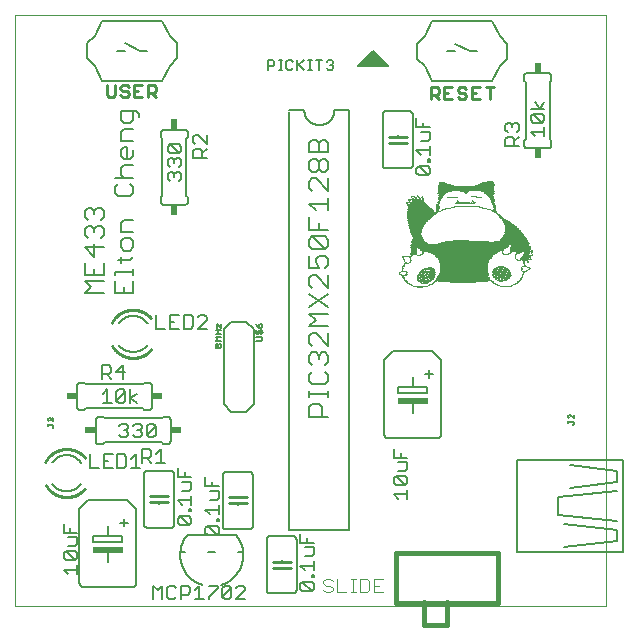
<source format=gto>
G75*
%MOIN*%
%OFA0B0*%
%FSLAX25Y25*%
%IPPOS*%
%LPD*%
%AMOC8*
5,1,8,0,0,1.08239X$1,22.5*
%
%ADD10C,0.00000*%
%ADD11C,0.00500*%
%ADD12R,0.01800X0.00200*%
%ADD13R,0.02000X0.00200*%
%ADD14R,0.01200X0.00200*%
%ADD15R,0.00800X0.00200*%
%ADD16R,0.01000X0.00200*%
%ADD17R,0.03800X0.00200*%
%ADD18R,0.00600X0.00200*%
%ADD19R,0.00400X0.00200*%
%ADD20R,0.01600X0.00200*%
%ADD21R,0.01400X0.00200*%
%ADD22R,0.08400X0.00200*%
%ADD23R,0.15400X0.00200*%
%ADD24R,0.00200X0.00200*%
%ADD25R,0.16800X0.00200*%
%ADD26R,0.17800X0.00200*%
%ADD27R,0.02800X0.00200*%
%ADD28R,0.03000X0.00200*%
%ADD29R,0.18400X0.00200*%
%ADD30R,0.02200X0.00200*%
%ADD31R,0.18200X0.00200*%
%ADD32R,0.17600X0.00200*%
%ADD33R,0.17400X0.00200*%
%ADD34R,0.17200X0.00200*%
%ADD35R,0.02400X0.00200*%
%ADD36R,0.17000X0.00200*%
%ADD37R,0.16600X0.00200*%
%ADD38R,0.02600X0.00200*%
%ADD39R,0.16400X0.00200*%
%ADD40R,0.03200X0.00200*%
%ADD41R,0.16000X0.00200*%
%ADD42R,0.15800X0.00200*%
%ADD43R,0.03600X0.00200*%
%ADD44R,0.18000X0.00200*%
%ADD45R,0.18800X0.00200*%
%ADD46R,0.19200X0.00200*%
%ADD47R,0.19600X0.00200*%
%ADD48R,0.20000X0.00200*%
%ADD49R,0.20600X0.00200*%
%ADD50R,0.21200X0.00200*%
%ADD51R,0.22000X0.00200*%
%ADD52R,0.23400X0.00200*%
%ADD53R,0.25600X0.00200*%
%ADD54R,0.03400X0.00200*%
%ADD55R,0.26200X0.00200*%
%ADD56R,0.06600X0.00200*%
%ADD57R,0.27200X0.00200*%
%ADD58R,0.27800X0.00200*%
%ADD59R,0.28200X0.00200*%
%ADD60R,0.07000X0.00200*%
%ADD61R,0.28800X0.00200*%
%ADD62R,0.06800X0.00200*%
%ADD63R,0.29200X0.00200*%
%ADD64R,0.32000X0.00200*%
%ADD65R,0.32400X0.00200*%
%ADD66R,0.06400X0.00200*%
%ADD67R,0.32600X0.00200*%
%ADD68R,0.06200X0.00200*%
%ADD69R,0.33000X0.00200*%
%ADD70R,0.39600X0.00200*%
%ADD71R,0.05600X0.00200*%
%ADD72R,0.30400X0.00200*%
%ADD73R,0.05200X0.00200*%
%ADD74R,0.29600X0.00200*%
%ADD75R,0.04800X0.00200*%
%ADD76R,0.28600X0.00200*%
%ADD77R,0.04600X0.00200*%
%ADD78R,0.14400X0.00200*%
%ADD79R,0.11600X0.00200*%
%ADD80R,0.04200X0.00200*%
%ADD81R,0.09800X0.00200*%
%ADD82R,0.10000X0.00200*%
%ADD83R,0.04000X0.00200*%
%ADD84R,0.09600X0.00200*%
%ADD85R,0.09000X0.00200*%
%ADD86R,0.08800X0.00200*%
%ADD87R,0.08000X0.00200*%
%ADD88R,0.07800X0.00200*%
%ADD89R,0.07600X0.00200*%
%ADD90R,0.07200X0.00200*%
%ADD91R,0.06000X0.00200*%
%ADD92R,0.05800X0.00200*%
%ADD93R,0.05400X0.00200*%
%ADD94R,0.05000X0.00200*%
%ADD95R,0.04400X0.00200*%
%ADD96R,0.08200X0.00200*%
%ADD97R,0.09200X0.00200*%
%ADD98R,0.08600X0.00200*%
%ADD99R,0.07400X0.00200*%
%ADD100R,0.11400X0.00200*%
%ADD101C,0.00600*%
%ADD102C,0.01000*%
%ADD103R,0.10000X0.02000*%
%ADD104R,0.03400X0.02400*%
%ADD105R,0.02400X0.03400*%
%ADD106C,0.00700*%
%ADD107C,0.01600*%
%ADD108C,0.00400*%
%ADD109C,0.00800*%
D10*
X0001600Y0008288D02*
X0001600Y0205139D01*
X0198450Y0205139D01*
X0198450Y0008288D01*
X0001600Y0008288D01*
D11*
X0017724Y0020380D02*
X0022228Y0020380D01*
X0022228Y0021881D02*
X0022228Y0018878D01*
X0019225Y0018878D02*
X0017724Y0020380D01*
X0018475Y0023482D02*
X0017724Y0024233D01*
X0017724Y0025734D01*
X0018475Y0026485D01*
X0021477Y0023482D01*
X0022228Y0024233D01*
X0022228Y0025734D01*
X0021477Y0026485D01*
X0018475Y0026485D01*
X0019225Y0028086D02*
X0021477Y0028086D01*
X0022228Y0028837D01*
X0022228Y0031089D01*
X0019225Y0031089D01*
X0019976Y0032690D02*
X0019976Y0034191D01*
X0017724Y0032690D02*
X0017724Y0035693D01*
X0017724Y0032690D02*
X0022228Y0032690D01*
X0021477Y0023482D02*
X0018475Y0023482D01*
X0047622Y0015042D02*
X0047622Y0010538D01*
X0050625Y0010538D02*
X0050625Y0015042D01*
X0049124Y0013541D01*
X0047622Y0015042D01*
X0052226Y0014291D02*
X0052226Y0011289D01*
X0052977Y0010538D01*
X0054478Y0010538D01*
X0055229Y0011289D01*
X0056830Y0012039D02*
X0059082Y0012039D01*
X0059833Y0012790D01*
X0059833Y0014291D01*
X0059082Y0015042D01*
X0056830Y0015042D01*
X0056830Y0010538D01*
X0055229Y0014291D02*
X0054478Y0015042D01*
X0052977Y0015042D01*
X0052226Y0014291D01*
X0061434Y0013541D02*
X0062936Y0015042D01*
X0062936Y0010538D01*
X0064437Y0010538D02*
X0061434Y0010538D01*
X0066038Y0010538D02*
X0066038Y0011289D01*
X0069041Y0014291D01*
X0069041Y0015042D01*
X0066038Y0015042D01*
X0070642Y0014291D02*
X0070642Y0011289D01*
X0073645Y0014291D01*
X0073645Y0011289D01*
X0072894Y0010538D01*
X0071393Y0010538D01*
X0070642Y0011289D01*
X0070642Y0014291D02*
X0071393Y0015042D01*
X0072894Y0015042D01*
X0073645Y0014291D01*
X0075246Y0014291D02*
X0075997Y0015042D01*
X0077498Y0015042D01*
X0078249Y0014291D01*
X0078249Y0013541D01*
X0075246Y0010538D01*
X0078249Y0010538D01*
X0077552Y0026288D02*
X0075973Y0026288D01*
X0075346Y0031788D02*
X0058854Y0031788D01*
X0059595Y0035133D02*
X0056593Y0035133D01*
X0055842Y0035883D01*
X0055842Y0037385D01*
X0056593Y0038135D01*
X0059595Y0035133D01*
X0060346Y0035883D01*
X0060346Y0037385D01*
X0059595Y0038135D01*
X0056593Y0038135D01*
X0059595Y0039737D02*
X0059595Y0040487D01*
X0060346Y0040487D01*
X0060346Y0039737D01*
X0059595Y0039737D01*
X0060346Y0042039D02*
X0060346Y0045041D01*
X0060346Y0043540D02*
X0055842Y0043540D01*
X0057344Y0042039D01*
X0057344Y0046642D02*
X0059595Y0046642D01*
X0060346Y0047393D01*
X0060346Y0049645D01*
X0057344Y0049645D01*
X0058094Y0051246D02*
X0058094Y0052748D01*
X0055842Y0051246D02*
X0055842Y0054249D01*
X0055842Y0051246D02*
X0060346Y0051246D01*
X0064992Y0051082D02*
X0064992Y0048080D01*
X0069496Y0048080D01*
X0069496Y0046479D02*
X0066493Y0046479D01*
X0067244Y0048080D02*
X0067244Y0049581D01*
X0069496Y0046479D02*
X0069496Y0044227D01*
X0068745Y0043476D01*
X0066493Y0043476D01*
X0069496Y0041875D02*
X0069496Y0038872D01*
X0069496Y0040373D02*
X0064992Y0040373D01*
X0066493Y0038872D01*
X0068745Y0037321D02*
X0068745Y0036570D01*
X0069496Y0036570D01*
X0069496Y0037321D01*
X0068745Y0037321D01*
X0068745Y0034969D02*
X0065742Y0034969D01*
X0068745Y0031966D01*
X0069496Y0032717D01*
X0069496Y0034218D01*
X0068745Y0034969D01*
X0068745Y0031966D02*
X0065742Y0031966D01*
X0064992Y0032717D01*
X0064992Y0034218D01*
X0065742Y0034969D01*
X0065973Y0026288D02*
X0068227Y0026288D01*
X0075346Y0031788D02*
X0075499Y0031589D01*
X0075647Y0031387D01*
X0075790Y0031182D01*
X0075928Y0030973D01*
X0076061Y0030761D01*
X0076189Y0030546D01*
X0076311Y0030328D01*
X0076429Y0030107D01*
X0076541Y0029883D01*
X0076648Y0029657D01*
X0076749Y0029428D01*
X0076845Y0029197D01*
X0076936Y0028963D01*
X0077021Y0028728D01*
X0077100Y0028490D01*
X0077173Y0028251D01*
X0077241Y0028010D01*
X0077303Y0027768D01*
X0077359Y0027524D01*
X0077410Y0027278D01*
X0077454Y0027032D01*
X0077493Y0026785D01*
X0077525Y0026537D01*
X0077552Y0026288D01*
X0064004Y0015255D02*
X0063762Y0015333D01*
X0063522Y0015417D01*
X0063284Y0015506D01*
X0063048Y0015602D01*
X0062814Y0015703D01*
X0062583Y0015809D01*
X0062355Y0015922D01*
X0062129Y0016039D01*
X0061906Y0016162D01*
X0061687Y0016291D01*
X0061470Y0016425D01*
X0061257Y0016564D01*
X0061047Y0016708D01*
X0060841Y0016857D01*
X0060639Y0017011D01*
X0060440Y0017170D01*
X0060245Y0017334D01*
X0060054Y0017503D01*
X0059868Y0017676D01*
X0059685Y0017853D01*
X0059507Y0018035D01*
X0059334Y0018221D01*
X0059165Y0018412D01*
X0059001Y0018606D01*
X0058841Y0018804D01*
X0058686Y0019006D01*
X0058537Y0019212D01*
X0058392Y0019421D01*
X0058252Y0019634D01*
X0058118Y0019850D01*
X0057989Y0020070D01*
X0057865Y0020292D01*
X0057746Y0020517D01*
X0057634Y0020745D01*
X0057526Y0020976D01*
X0057425Y0021209D01*
X0057329Y0021445D01*
X0057238Y0021683D01*
X0057154Y0021923D01*
X0057075Y0022165D01*
X0057002Y0022409D01*
X0056936Y0022655D01*
X0056875Y0022902D01*
X0056820Y0023150D01*
X0056771Y0023400D01*
X0056728Y0023651D01*
X0056692Y0023903D01*
X0056661Y0024155D01*
X0056637Y0024409D01*
X0056619Y0024662D01*
X0056607Y0024917D01*
X0056601Y0025171D01*
X0056601Y0025426D01*
X0056607Y0025680D01*
X0056620Y0025934D01*
X0056639Y0026188D01*
X0056664Y0026441D01*
X0056695Y0026694D01*
X0056732Y0026946D01*
X0056775Y0027196D01*
X0056824Y0027446D01*
X0056879Y0027695D01*
X0056941Y0027942D01*
X0057008Y0028187D01*
X0057081Y0028431D01*
X0057160Y0028673D01*
X0057245Y0028912D01*
X0057336Y0029150D01*
X0057433Y0029386D01*
X0057535Y0029619D01*
X0057643Y0029849D01*
X0057756Y0030077D01*
X0057875Y0030302D01*
X0057999Y0030524D01*
X0058128Y0030743D01*
X0058263Y0030959D01*
X0058403Y0031172D01*
X0058549Y0031381D01*
X0058699Y0031586D01*
X0058854Y0031788D01*
X0058227Y0026288D02*
X0056648Y0026288D01*
X0070196Y0015255D02*
X0070440Y0015333D01*
X0070682Y0015418D01*
X0070921Y0015508D01*
X0071159Y0015604D01*
X0071394Y0015706D01*
X0071627Y0015814D01*
X0071857Y0015927D01*
X0072084Y0016046D01*
X0072308Y0016170D01*
X0072529Y0016300D01*
X0072746Y0016435D01*
X0072961Y0016576D01*
X0073172Y0016722D01*
X0073379Y0016872D01*
X0073582Y0017028D01*
X0073782Y0017189D01*
X0073978Y0017354D01*
X0074169Y0017524D01*
X0074357Y0017699D01*
X0074540Y0017879D01*
X0074718Y0018062D01*
X0074893Y0018251D01*
X0075062Y0018443D01*
X0075227Y0018639D01*
X0075387Y0018840D01*
X0075541Y0019044D01*
X0075691Y0019252D01*
X0075836Y0019463D01*
X0075976Y0019678D01*
X0076110Y0019896D01*
X0076239Y0020118D01*
X0076362Y0020342D01*
X0076480Y0020570D01*
X0076593Y0020800D01*
X0076699Y0021033D01*
X0076800Y0021269D01*
X0076896Y0021507D01*
X0076985Y0021747D01*
X0077068Y0021989D01*
X0077146Y0022234D01*
X0077217Y0022480D01*
X0077283Y0022728D01*
X0077342Y0022977D01*
X0077396Y0023227D01*
X0077443Y0023479D01*
X0077484Y0023732D01*
X0077519Y0023986D01*
X0077548Y0024241D01*
X0077570Y0024496D01*
X0077586Y0024752D01*
X0077596Y0025008D01*
X0077600Y0025264D01*
X0077597Y0025521D01*
X0077589Y0025777D01*
X0077574Y0026033D01*
X0077552Y0026288D01*
X0096606Y0029365D02*
X0096606Y0032367D01*
X0098858Y0030866D02*
X0098858Y0029365D01*
X0098107Y0027763D02*
X0101110Y0027763D01*
X0101110Y0025511D01*
X0100359Y0024761D01*
X0098107Y0024761D01*
X0096606Y0021658D02*
X0101110Y0021658D01*
X0101110Y0020157D02*
X0101110Y0023159D01*
X0098107Y0020157D02*
X0096606Y0021658D01*
X0100359Y0018605D02*
X0101110Y0018605D01*
X0101110Y0017855D01*
X0100359Y0017855D01*
X0100359Y0018605D01*
X0100359Y0016253D02*
X0097357Y0016253D01*
X0100359Y0013251D01*
X0101110Y0014001D01*
X0101110Y0015503D01*
X0100359Y0016253D01*
X0100359Y0013251D02*
X0097357Y0013251D01*
X0096606Y0014001D01*
X0096606Y0015503D01*
X0097357Y0016253D01*
X0096606Y0029365D02*
X0101110Y0029365D01*
X0127846Y0045407D02*
X0132350Y0045407D01*
X0132350Y0043906D02*
X0132350Y0046908D01*
X0131599Y0048510D02*
X0128597Y0051512D01*
X0131599Y0051512D01*
X0132350Y0050762D01*
X0132350Y0049260D01*
X0131599Y0048510D01*
X0128597Y0048510D01*
X0127846Y0049260D01*
X0127846Y0050762D01*
X0128597Y0051512D01*
X0129347Y0053114D02*
X0131599Y0053114D01*
X0132350Y0053864D01*
X0132350Y0056116D01*
X0129347Y0056116D01*
X0130098Y0057718D02*
X0130098Y0059219D01*
X0127846Y0057718D02*
X0127846Y0060720D01*
X0127846Y0057718D02*
X0132350Y0057718D01*
X0127846Y0045407D02*
X0129347Y0043906D01*
X0168793Y0056905D02*
X0168793Y0026196D01*
X0204226Y0026196D01*
X0204226Y0056905D01*
X0168793Y0056905D01*
X0182572Y0044503D02*
X0182572Y0038598D01*
X0202257Y0036629D01*
X0202257Y0033676D02*
X0184541Y0035645D01*
X0184541Y0027771D02*
X0202257Y0029739D01*
X0202257Y0033676D01*
X0202257Y0046472D02*
X0182572Y0044503D01*
X0186509Y0047456D02*
X0202257Y0049424D01*
X0202257Y0053361D01*
X0186509Y0055330D01*
X0187533Y0068538D02*
X0187850Y0068855D01*
X0187850Y0069172D01*
X0187533Y0069489D01*
X0185948Y0069489D01*
X0185948Y0069172D02*
X0185948Y0069806D01*
X0186265Y0070748D02*
X0185948Y0071065D01*
X0185948Y0071699D01*
X0186265Y0072016D01*
X0186582Y0072016D01*
X0187850Y0070748D01*
X0187850Y0072016D01*
X0139099Y0151730D02*
X0136097Y0151730D01*
X0135346Y0152481D01*
X0135346Y0153982D01*
X0136097Y0154732D01*
X0139099Y0151730D01*
X0139850Y0152481D01*
X0139850Y0153982D01*
X0139099Y0154732D01*
X0136097Y0154732D01*
X0139099Y0156334D02*
X0139099Y0157084D01*
X0139850Y0157084D01*
X0139850Y0156334D01*
X0139099Y0156334D01*
X0139850Y0158636D02*
X0139850Y0161638D01*
X0139850Y0160137D02*
X0135346Y0160137D01*
X0136847Y0158636D01*
X0136847Y0163240D02*
X0139099Y0163240D01*
X0139850Y0163990D01*
X0139850Y0166242D01*
X0136847Y0166242D01*
X0137598Y0167844D02*
X0137598Y0169345D01*
X0135346Y0167844D02*
X0135346Y0170846D01*
X0135346Y0167844D02*
X0139850Y0167844D01*
X0125738Y0188123D02*
X0120738Y0193123D01*
X0115738Y0188123D01*
X0125738Y0188123D01*
X0125610Y0188251D02*
X0115866Y0188251D01*
X0116364Y0188749D02*
X0125111Y0188749D01*
X0124613Y0189248D02*
X0116863Y0189248D01*
X0117361Y0189746D02*
X0124114Y0189746D01*
X0123616Y0190245D02*
X0117860Y0190245D01*
X0118358Y0190743D02*
X0123117Y0190743D01*
X0122619Y0191242D02*
X0118857Y0191242D01*
X0119355Y0191740D02*
X0122120Y0191740D01*
X0121622Y0192239D02*
X0119854Y0192239D01*
X0120352Y0192737D02*
X0121123Y0192737D01*
X0145565Y0193178D02*
X0148065Y0193178D01*
X0148065Y0195678D02*
X0153065Y0193178D01*
X0155565Y0193178D01*
X0173484Y0173937D02*
X0177988Y0173937D01*
X0176487Y0173937D02*
X0174985Y0176189D01*
X0176487Y0173937D02*
X0177988Y0176189D01*
X0177237Y0172335D02*
X0174235Y0172335D01*
X0177237Y0169333D01*
X0177988Y0170083D01*
X0177988Y0171585D01*
X0177237Y0172335D01*
X0177237Y0169333D02*
X0174235Y0169333D01*
X0173484Y0170083D01*
X0173484Y0171585D01*
X0174235Y0172335D01*
X0177988Y0167731D02*
X0177988Y0164729D01*
X0177988Y0166230D02*
X0173484Y0166230D01*
X0174985Y0164729D01*
X0169488Y0164631D02*
X0167987Y0163130D01*
X0167987Y0163881D02*
X0167987Y0161629D01*
X0169488Y0161629D02*
X0164984Y0161629D01*
X0164984Y0163881D01*
X0165735Y0164631D01*
X0167236Y0164631D01*
X0167987Y0163881D01*
X0168737Y0166233D02*
X0169488Y0166983D01*
X0169488Y0168485D01*
X0168737Y0169235D01*
X0167987Y0169235D01*
X0167236Y0168485D01*
X0167236Y0167734D01*
X0167236Y0168485D02*
X0166485Y0169235D01*
X0165735Y0169235D01*
X0164984Y0168485D01*
X0164984Y0166983D01*
X0165735Y0166233D01*
X0083762Y0101968D02*
X0083762Y0101334D01*
X0083445Y0101017D01*
X0082811Y0101017D01*
X0082811Y0101968D01*
X0083128Y0102285D01*
X0083445Y0102285D01*
X0083762Y0101968D01*
X0082811Y0101017D02*
X0082177Y0101651D01*
X0081860Y0102285D01*
X0082177Y0100075D02*
X0081860Y0099758D01*
X0081860Y0099124D01*
X0082177Y0098807D01*
X0082494Y0098807D01*
X0082811Y0099124D01*
X0082811Y0099758D01*
X0083128Y0100075D01*
X0083445Y0100075D01*
X0083762Y0099758D01*
X0083762Y0099124D01*
X0083445Y0098807D01*
X0084079Y0099441D02*
X0081543Y0099441D01*
X0081860Y0097865D02*
X0083445Y0097865D01*
X0083762Y0097548D01*
X0083762Y0096914D01*
X0083445Y0096598D01*
X0081860Y0096598D01*
X0070262Y0096597D02*
X0068360Y0096597D01*
X0068994Y0097231D01*
X0068360Y0097865D01*
X0070262Y0097865D01*
X0070262Y0098807D02*
X0068360Y0098807D01*
X0069311Y0098807D02*
X0069311Y0100075D01*
X0068360Y0100075D02*
X0070262Y0100075D01*
X0070262Y0101017D02*
X0070262Y0102285D01*
X0068994Y0102285D02*
X0070262Y0101017D01*
X0068994Y0101017D02*
X0068994Y0102285D01*
X0065401Y0103694D02*
X0065401Y0104445D01*
X0064650Y0105196D01*
X0063149Y0105196D01*
X0062398Y0104445D01*
X0060797Y0104445D02*
X0060797Y0101442D01*
X0060046Y0100692D01*
X0057794Y0100692D01*
X0057794Y0105196D01*
X0060046Y0105196D01*
X0060797Y0104445D01*
X0062398Y0100692D02*
X0065401Y0103694D01*
X0065401Y0100692D02*
X0062398Y0100692D01*
X0056193Y0100692D02*
X0053190Y0100692D01*
X0053190Y0105196D01*
X0056193Y0105196D01*
X0054691Y0102944D02*
X0053190Y0102944D01*
X0051589Y0100692D02*
X0048586Y0100692D01*
X0048586Y0105196D01*
X0040950Y0112538D02*
X0040950Y0116608D01*
X0040950Y0118615D02*
X0040950Y0120650D01*
X0040950Y0119633D02*
X0034845Y0119633D01*
X0034845Y0118615D01*
X0034845Y0116608D02*
X0034845Y0112538D01*
X0040950Y0112538D01*
X0037897Y0112538D02*
X0037897Y0114573D01*
X0031050Y0112538D02*
X0024945Y0112538D01*
X0026980Y0114573D01*
X0024945Y0116608D01*
X0031050Y0116608D01*
X0031050Y0118615D02*
X0031050Y0122686D01*
X0027997Y0124693D02*
X0027997Y0128763D01*
X0025962Y0130770D02*
X0024945Y0131787D01*
X0024945Y0133822D01*
X0025962Y0134840D01*
X0026980Y0134840D01*
X0027997Y0133822D01*
X0029015Y0134840D01*
X0030032Y0134840D01*
X0031050Y0133822D01*
X0031050Y0131787D01*
X0030032Y0130770D01*
X0027997Y0132805D02*
X0027997Y0133822D01*
X0025962Y0136847D02*
X0024945Y0137864D01*
X0024945Y0139900D01*
X0025962Y0140917D01*
X0026980Y0140917D01*
X0027997Y0139900D01*
X0029015Y0140917D01*
X0030032Y0140917D01*
X0031050Y0139900D01*
X0031050Y0137864D01*
X0030032Y0136847D01*
X0027997Y0138882D02*
X0027997Y0139900D01*
X0034845Y0145967D02*
X0035862Y0144950D01*
X0039932Y0144950D01*
X0040950Y0145967D01*
X0040950Y0148002D01*
X0039932Y0149020D01*
X0040950Y0151027D02*
X0034845Y0151027D01*
X0035862Y0149020D02*
X0034845Y0148002D01*
X0034845Y0145967D01*
X0037897Y0151027D02*
X0036880Y0152045D01*
X0036880Y0154080D01*
X0037897Y0155097D01*
X0040950Y0155097D01*
X0039932Y0157104D02*
X0037897Y0157104D01*
X0036880Y0158122D01*
X0036880Y0160157D01*
X0037897Y0161174D01*
X0038915Y0161174D01*
X0038915Y0157104D01*
X0039932Y0157104D02*
X0040950Y0158122D01*
X0040950Y0160157D01*
X0040950Y0163181D02*
X0036880Y0163181D01*
X0036880Y0166234D01*
X0037897Y0167252D01*
X0040950Y0167252D01*
X0039932Y0169259D02*
X0037897Y0169259D01*
X0036880Y0170276D01*
X0036880Y0173329D01*
X0041968Y0173329D01*
X0042985Y0172311D01*
X0042985Y0171294D01*
X0040950Y0170276D02*
X0039932Y0169259D01*
X0040950Y0170276D02*
X0040950Y0173329D01*
X0052370Y0161342D02*
X0053120Y0162093D01*
X0056123Y0159090D01*
X0056874Y0159841D01*
X0056874Y0161342D01*
X0056123Y0162093D01*
X0053120Y0162093D01*
X0052370Y0161342D02*
X0052370Y0159841D01*
X0053120Y0159090D01*
X0056123Y0159090D01*
X0056123Y0157489D02*
X0056874Y0156738D01*
X0056874Y0155237D01*
X0056123Y0154486D01*
X0056123Y0152885D02*
X0055372Y0152885D01*
X0054622Y0152134D01*
X0054622Y0151384D01*
X0054622Y0152134D02*
X0053871Y0152885D01*
X0053120Y0152885D01*
X0052370Y0152134D01*
X0052370Y0150633D01*
X0053120Y0149882D01*
X0056123Y0149882D02*
X0056874Y0150633D01*
X0056874Y0152134D01*
X0056123Y0152885D01*
X0053120Y0154486D02*
X0052370Y0155237D01*
X0052370Y0156738D01*
X0053120Y0157489D01*
X0053871Y0157489D01*
X0054622Y0156738D01*
X0055372Y0157489D01*
X0056123Y0157489D01*
X0054622Y0156738D02*
X0054622Y0155988D01*
X0060870Y0157586D02*
X0060870Y0159838D01*
X0061620Y0160589D01*
X0063122Y0160589D01*
X0063872Y0159838D01*
X0063872Y0157586D01*
X0063872Y0159088D02*
X0065374Y0160589D01*
X0065374Y0162190D02*
X0062371Y0165193D01*
X0061620Y0165193D01*
X0060870Y0164442D01*
X0060870Y0162941D01*
X0061620Y0162190D01*
X0065374Y0162190D02*
X0065374Y0165193D01*
X0065374Y0157586D02*
X0060870Y0157586D01*
X0040950Y0136866D02*
X0037897Y0136866D01*
X0036880Y0135848D01*
X0036880Y0132795D01*
X0040950Y0132795D01*
X0039932Y0130788D02*
X0037897Y0130788D01*
X0036880Y0129771D01*
X0036880Y0127736D01*
X0037897Y0126718D01*
X0039932Y0126718D01*
X0040950Y0127736D01*
X0040950Y0129771D01*
X0039932Y0130788D01*
X0040950Y0124702D02*
X0039932Y0123684D01*
X0035862Y0123684D01*
X0036880Y0122667D02*
X0036880Y0124702D01*
X0031050Y0127745D02*
X0024945Y0127745D01*
X0027997Y0124693D01*
X0024945Y0122686D02*
X0024945Y0118615D01*
X0031050Y0118615D01*
X0027997Y0118615D02*
X0027997Y0120650D01*
X0030674Y0088444D02*
X0032926Y0088444D01*
X0033676Y0087693D01*
X0033676Y0086192D01*
X0032926Y0085441D01*
X0030674Y0085441D01*
X0032175Y0085441D02*
X0033676Y0083940D01*
X0035278Y0086192D02*
X0038280Y0086192D01*
X0037529Y0083940D02*
X0037529Y0088444D01*
X0035278Y0086192D01*
X0030674Y0083940D02*
X0030674Y0088444D01*
X0032238Y0080444D02*
X0030737Y0078942D01*
X0032238Y0080444D02*
X0032238Y0075940D01*
X0030737Y0075940D02*
X0033740Y0075940D01*
X0035341Y0076690D02*
X0038344Y0079693D01*
X0038344Y0076690D01*
X0037593Y0075940D01*
X0036092Y0075940D01*
X0035341Y0076690D01*
X0035341Y0079693D01*
X0036092Y0080444D01*
X0037593Y0080444D01*
X0038344Y0079693D01*
X0039945Y0080444D02*
X0039945Y0075940D01*
X0039945Y0077441D02*
X0042197Y0078942D01*
X0039945Y0077441D02*
X0042197Y0075940D01*
X0041573Y0069030D02*
X0040822Y0068280D01*
X0041573Y0069030D02*
X0043074Y0069030D01*
X0043825Y0068280D01*
X0043825Y0067529D01*
X0043074Y0066778D01*
X0043825Y0066028D01*
X0043825Y0065277D01*
X0043074Y0064526D01*
X0041573Y0064526D01*
X0040822Y0065277D01*
X0039221Y0065277D02*
X0038470Y0064526D01*
X0036969Y0064526D01*
X0036219Y0065277D01*
X0037720Y0066778D02*
X0038470Y0066778D01*
X0039221Y0066028D01*
X0039221Y0065277D01*
X0038470Y0066778D02*
X0039221Y0067529D01*
X0039221Y0068280D01*
X0038470Y0069030D01*
X0036969Y0069030D01*
X0036219Y0068280D01*
X0042324Y0066778D02*
X0043074Y0066778D01*
X0045426Y0065277D02*
X0048429Y0068280D01*
X0048429Y0065277D01*
X0047678Y0064526D01*
X0046177Y0064526D01*
X0045426Y0065277D01*
X0045426Y0068280D01*
X0046177Y0069030D01*
X0047678Y0069030D01*
X0048429Y0068280D01*
X0050028Y0060530D02*
X0050028Y0056026D01*
X0051529Y0056026D02*
X0048526Y0056026D01*
X0046925Y0056026D02*
X0045424Y0057528D01*
X0046174Y0057528D02*
X0043922Y0057528D01*
X0043922Y0056026D02*
X0043922Y0060530D01*
X0046174Y0060530D01*
X0046925Y0059780D01*
X0046925Y0058278D01*
X0046174Y0057528D01*
X0048526Y0059029D02*
X0050028Y0060530D01*
X0043259Y0054290D02*
X0040256Y0054290D01*
X0041758Y0054290D02*
X0041758Y0058794D01*
X0040256Y0057293D01*
X0038655Y0058043D02*
X0038655Y0055041D01*
X0037904Y0054290D01*
X0035652Y0054290D01*
X0035652Y0058794D01*
X0037904Y0058794D01*
X0038655Y0058043D01*
X0034051Y0058794D02*
X0031048Y0058794D01*
X0031048Y0054290D01*
X0034051Y0054290D01*
X0032550Y0056542D02*
X0031048Y0056542D01*
X0029447Y0054290D02*
X0026444Y0054290D01*
X0026444Y0058794D01*
X0014350Y0067855D02*
X0014350Y0068172D01*
X0014033Y0068489D01*
X0012448Y0068489D01*
X0012448Y0068172D02*
X0012448Y0068806D01*
X0012765Y0069748D02*
X0012448Y0070065D01*
X0012448Y0070699D01*
X0012765Y0071016D01*
X0013082Y0071016D01*
X0013399Y0070699D01*
X0013716Y0071016D01*
X0014033Y0071016D01*
X0014350Y0070699D01*
X0014350Y0070065D01*
X0014033Y0069748D01*
X0013399Y0070382D02*
X0013399Y0070699D01*
X0014350Y0067855D02*
X0014033Y0067538D01*
X0068360Y0094705D02*
X0068360Y0095338D01*
X0068677Y0095655D01*
X0068994Y0095655D01*
X0069311Y0095338D01*
X0069311Y0094705D01*
X0068994Y0094388D01*
X0068677Y0094388D01*
X0068360Y0094705D01*
X0069311Y0094705D02*
X0069628Y0094388D01*
X0069945Y0094388D01*
X0070262Y0094705D01*
X0070262Y0095338D01*
X0069945Y0095655D01*
X0069628Y0095655D01*
X0069311Y0095338D01*
X0045588Y0193284D02*
X0043088Y0193284D01*
X0038088Y0195784D01*
X0038088Y0193284D02*
X0035588Y0193284D01*
D12*
X0136600Y0114288D03*
X0137800Y0114488D03*
X0137800Y0116488D03*
X0138400Y0119088D03*
X0138800Y0120488D03*
X0140200Y0120288D03*
X0163200Y0120088D03*
X0165000Y0136488D03*
X0160200Y0144488D03*
X0156200Y0144288D03*
X0143600Y0144888D03*
D13*
X0143700Y0145088D03*
X0148700Y0141088D03*
X0151700Y0146088D03*
X0160100Y0144688D03*
X0159900Y0149488D03*
X0172300Y0125888D03*
X0164700Y0118088D03*
X0163100Y0119488D03*
X0138300Y0117288D03*
X0137900Y0118088D03*
X0137500Y0119288D03*
X0137900Y0116088D03*
X0135700Y0114488D03*
X0134300Y0125488D03*
D14*
X0133900Y0125088D03*
X0139700Y0120888D03*
X0140500Y0120488D03*
X0140500Y0119488D03*
X0139100Y0119488D03*
X0139700Y0118288D03*
X0138900Y0115888D03*
X0136300Y0117088D03*
X0137300Y0119488D03*
X0142500Y0139488D03*
X0142500Y0140688D03*
X0142500Y0140888D03*
X0142500Y0141088D03*
X0143300Y0143888D03*
X0143300Y0144088D03*
X0146300Y0144088D03*
X0151700Y0145888D03*
X0157700Y0140688D03*
X0160900Y0142888D03*
X0160900Y0143088D03*
X0160700Y0143288D03*
X0160700Y0143488D03*
X0161500Y0139488D03*
X0169300Y0125688D03*
X0169500Y0123288D03*
X0165100Y0120688D03*
X0164900Y0119488D03*
X0166300Y0118488D03*
X0165300Y0114488D03*
X0161300Y0119488D03*
X0161700Y0120288D03*
D15*
X0161300Y0120088D03*
X0163100Y0119688D03*
X0163500Y0119088D03*
X0163500Y0117888D03*
X0163700Y0117088D03*
X0163900Y0116888D03*
X0162900Y0116888D03*
X0161700Y0117288D03*
X0162300Y0115088D03*
X0165100Y0118288D03*
X0164900Y0119088D03*
X0164500Y0119888D03*
X0164700Y0120288D03*
X0166300Y0119688D03*
X0166300Y0119488D03*
X0166500Y0118688D03*
X0166300Y0117488D03*
X0167300Y0114888D03*
X0169100Y0125488D03*
X0173900Y0125888D03*
X0163100Y0138088D03*
X0162900Y0138288D03*
X0161500Y0140288D03*
X0161500Y0140488D03*
X0161500Y0140688D03*
X0161300Y0141688D03*
X0159900Y0140088D03*
X0159300Y0140288D03*
X0151700Y0145688D03*
X0149100Y0142688D03*
X0144900Y0140288D03*
X0144300Y0140088D03*
X0142300Y0139288D03*
X0142700Y0142088D03*
X0142700Y0142288D03*
X0142900Y0142688D03*
X0142900Y0142888D03*
X0143100Y0143088D03*
X0143100Y0143288D03*
X0135300Y0143888D03*
X0133100Y0143688D03*
X0132500Y0142688D03*
X0133700Y0124888D03*
X0133300Y0124288D03*
X0137100Y0119688D03*
X0136500Y0118888D03*
X0137300Y0118688D03*
X0136700Y0117888D03*
X0136100Y0117488D03*
X0136100Y0117288D03*
X0136300Y0116488D03*
X0136700Y0115888D03*
X0137100Y0115688D03*
X0137700Y0115888D03*
X0139100Y0116888D03*
X0139700Y0117488D03*
X0140100Y0117288D03*
X0139500Y0116088D03*
X0139500Y0114888D03*
X0141300Y0118888D03*
X0140100Y0119288D03*
X0134500Y0114688D03*
D16*
X0136400Y0116288D03*
X0136200Y0117688D03*
X0136400Y0118488D03*
X0136800Y0119088D03*
X0137800Y0117088D03*
X0137800Y0116888D03*
X0139000Y0114688D03*
X0139600Y0118688D03*
X0141200Y0119088D03*
X0131600Y0119688D03*
X0131200Y0118088D03*
X0142400Y0139888D03*
X0142400Y0140088D03*
X0142400Y0140288D03*
X0142400Y0140488D03*
X0142600Y0141288D03*
X0142600Y0141488D03*
X0142600Y0141688D03*
X0142600Y0141888D03*
X0142800Y0142488D03*
X0143200Y0143488D03*
X0143200Y0143688D03*
X0145600Y0140488D03*
X0146400Y0140688D03*
X0158600Y0140488D03*
X0161400Y0140888D03*
X0161400Y0141088D03*
X0161400Y0141288D03*
X0161400Y0141488D03*
X0161200Y0141888D03*
X0161200Y0142088D03*
X0161200Y0142288D03*
X0161000Y0142488D03*
X0161000Y0142688D03*
X0161600Y0140088D03*
X0161600Y0139888D03*
X0163400Y0137888D03*
X0163600Y0137688D03*
X0163800Y0137488D03*
X0164000Y0137288D03*
X0164200Y0137088D03*
X0171800Y0123688D03*
X0171200Y0121288D03*
X0172000Y0121088D03*
X0172800Y0120888D03*
X0166000Y0117288D03*
X0164800Y0117088D03*
X0164600Y0117888D03*
X0163800Y0117688D03*
X0162800Y0117288D03*
X0163000Y0119288D03*
X0163400Y0120488D03*
X0162000Y0120688D03*
X0164800Y0118888D03*
X0165400Y0118688D03*
X0163000Y0114888D03*
D17*
X0165200Y0114688D03*
X0166800Y0134488D03*
X0159200Y0149088D03*
X0135800Y0143088D03*
X0135200Y0133088D03*
X0135200Y0132888D03*
X0135200Y0132688D03*
X0135200Y0132488D03*
D18*
X0137000Y0125088D03*
X0133600Y0124688D03*
X0132600Y0122288D03*
X0132200Y0122088D03*
X0132000Y0119488D03*
X0131000Y0117888D03*
X0132800Y0115488D03*
X0134000Y0114888D03*
X0136400Y0116088D03*
X0136000Y0116888D03*
X0136000Y0118088D03*
X0136400Y0118688D03*
X0137200Y0119888D03*
X0137600Y0120088D03*
X0138200Y0119688D03*
X0139000Y0118888D03*
X0138600Y0118488D03*
X0138400Y0118288D03*
X0139200Y0116488D03*
X0139800Y0116288D03*
X0140200Y0116488D03*
X0141000Y0117288D03*
X0141200Y0118088D03*
X0141400Y0118688D03*
X0140600Y0118688D03*
X0140200Y0119888D03*
X0138000Y0116288D03*
X0137200Y0116688D03*
X0140000Y0115088D03*
X0140400Y0115288D03*
X0161000Y0118088D03*
X0161000Y0118288D03*
X0161200Y0117888D03*
X0161200Y0117688D03*
X0161400Y0117488D03*
X0162200Y0117488D03*
X0162000Y0116888D03*
X0162400Y0116688D03*
X0161800Y0115288D03*
X0164200Y0117288D03*
X0165000Y0117288D03*
X0165200Y0117488D03*
X0165000Y0118488D03*
X0165800Y0119088D03*
X0166600Y0119088D03*
X0166600Y0118888D03*
X0166600Y0118088D03*
X0166600Y0117888D03*
X0166000Y0118288D03*
X0165800Y0120288D03*
X0163600Y0120288D03*
X0162800Y0120288D03*
X0162000Y0119888D03*
X0161200Y0119888D03*
X0163800Y0118888D03*
X0163800Y0118688D03*
X0167800Y0115088D03*
X0168200Y0115288D03*
X0171200Y0119288D03*
X0171600Y0119488D03*
X0172000Y0119688D03*
X0173000Y0120288D03*
X0171200Y0122888D03*
X0171800Y0123488D03*
X0169000Y0123488D03*
X0168600Y0125288D03*
X0166000Y0125288D03*
X0164600Y0125288D03*
X0162800Y0138488D03*
X0162400Y0138688D03*
X0162200Y0138888D03*
X0161600Y0139288D03*
X0160400Y0139888D03*
X0154200Y0142888D03*
X0143800Y0139888D03*
X0137200Y0144088D03*
X0135800Y0144488D03*
X0134200Y0144688D03*
X0133600Y0143488D03*
D19*
X0134100Y0143688D03*
X0134100Y0143888D03*
X0134700Y0144288D03*
X0134900Y0144088D03*
X0134500Y0144488D03*
X0135900Y0144688D03*
X0136300Y0144088D03*
X0137300Y0144288D03*
X0137500Y0143888D03*
X0137500Y0143688D03*
X0137500Y0143488D03*
X0137500Y0143288D03*
X0133100Y0143088D03*
X0132500Y0141888D03*
X0149100Y0142888D03*
X0154500Y0142688D03*
X0154700Y0142488D03*
X0156900Y0144088D03*
X0161900Y0139088D03*
X0173700Y0126688D03*
X0173900Y0126488D03*
X0172100Y0123288D03*
X0172500Y0122888D03*
X0172500Y0122688D03*
X0171500Y0123088D03*
X0171300Y0122688D03*
X0171300Y0122488D03*
X0171300Y0122288D03*
X0171500Y0121488D03*
X0170700Y0121088D03*
X0170500Y0120688D03*
X0170500Y0120488D03*
X0170500Y0120288D03*
X0170700Y0119688D03*
X0170900Y0119488D03*
X0172300Y0119888D03*
X0172700Y0120088D03*
X0173300Y0120488D03*
X0173300Y0120688D03*
X0170900Y0123288D03*
X0170700Y0123688D03*
X0170100Y0123488D03*
X0168700Y0123688D03*
X0166500Y0125688D03*
X0166300Y0125488D03*
X0166700Y0125888D03*
X0166700Y0126088D03*
X0166300Y0119888D03*
X0165300Y0119888D03*
X0164700Y0119688D03*
X0164100Y0119688D03*
X0164500Y0118688D03*
X0164300Y0118488D03*
X0164300Y0118288D03*
X0165700Y0118888D03*
X0165900Y0117888D03*
X0166100Y0117088D03*
X0166700Y0118288D03*
X0169100Y0115888D03*
X0168900Y0115688D03*
X0168500Y0115488D03*
X0169300Y0116088D03*
X0169500Y0116288D03*
X0169700Y0116488D03*
X0169900Y0116688D03*
X0170100Y0116888D03*
X0170500Y0117488D03*
X0163100Y0116688D03*
X0162700Y0117688D03*
X0162700Y0117888D03*
X0161900Y0117888D03*
X0161900Y0117688D03*
X0161900Y0118088D03*
X0160300Y0116488D03*
X0160500Y0116288D03*
X0160700Y0116088D03*
X0160900Y0115888D03*
X0161100Y0115688D03*
X0161500Y0115488D03*
X0141700Y0116288D03*
X0141500Y0116088D03*
X0141300Y0115888D03*
X0140900Y0115688D03*
X0140700Y0115488D03*
X0140700Y0116888D03*
X0140100Y0116888D03*
X0139700Y0117688D03*
X0139100Y0117688D03*
X0139700Y0118888D03*
X0140300Y0119088D03*
X0140500Y0118888D03*
X0140900Y0119288D03*
X0141300Y0119688D03*
X0141300Y0119888D03*
X0141100Y0120088D03*
X0141500Y0119288D03*
X0141300Y0117888D03*
X0141300Y0117688D03*
X0141100Y0117488D03*
X0140700Y0117688D03*
X0139100Y0116288D03*
X0137300Y0116288D03*
X0136700Y0116888D03*
X0136500Y0116688D03*
X0135900Y0116688D03*
X0135900Y0117888D03*
X0136700Y0118288D03*
X0137300Y0118288D03*
X0133500Y0115088D03*
X0133100Y0115288D03*
X0132500Y0115688D03*
X0132300Y0115888D03*
X0132100Y0116088D03*
X0131900Y0116288D03*
X0131700Y0116488D03*
X0131300Y0117088D03*
X0131100Y0117488D03*
X0130500Y0118288D03*
X0130300Y0118488D03*
X0129900Y0118688D03*
X0129900Y0119288D03*
X0130900Y0120688D03*
X0131100Y0121288D03*
X0131300Y0121688D03*
X0131700Y0122488D03*
X0131300Y0123688D03*
X0133100Y0122488D03*
X0133300Y0122688D03*
X0133500Y0123088D03*
X0135300Y0125088D03*
X0137300Y0125288D03*
X0137500Y0125488D03*
X0137500Y0125888D03*
X0132100Y0119288D03*
X0132100Y0118688D03*
X0131900Y0118288D03*
D20*
X0138100Y0117488D03*
X0139900Y0118088D03*
X0140300Y0117088D03*
X0137900Y0115488D03*
X0136100Y0124888D03*
X0134100Y0125288D03*
X0132900Y0124488D03*
X0142700Y0139688D03*
X0143500Y0144688D03*
X0156700Y0140888D03*
X0161300Y0139688D03*
X0164700Y0136688D03*
X0160300Y0144288D03*
X0163500Y0120688D03*
X0165500Y0120088D03*
X0165300Y0116888D03*
D21*
X0163600Y0116288D03*
X0163400Y0117488D03*
X0162200Y0117088D03*
X0162400Y0118288D03*
X0162200Y0119088D03*
X0161400Y0119288D03*
X0161400Y0119688D03*
X0162000Y0120488D03*
X0163200Y0119888D03*
X0165200Y0120488D03*
X0165200Y0125088D03*
X0173200Y0123688D03*
X0164400Y0136888D03*
X0160600Y0143688D03*
X0160400Y0143888D03*
X0160400Y0144088D03*
X0147400Y0140888D03*
X0143400Y0144288D03*
X0143400Y0144488D03*
X0143800Y0149288D03*
X0131600Y0124688D03*
X0130800Y0119488D03*
X0137600Y0117688D03*
X0138400Y0115688D03*
X0138200Y0120288D03*
D22*
X0150700Y0115888D03*
X0167900Y0130488D03*
X0136500Y0137888D03*
X0136500Y0140288D03*
D23*
X0150800Y0116088D03*
D24*
X0141800Y0116488D03*
X0140400Y0117488D03*
X0140200Y0117688D03*
X0140600Y0118288D03*
X0141000Y0118288D03*
X0141400Y0118288D03*
X0141400Y0119488D03*
X0140800Y0119888D03*
X0139800Y0119088D03*
X0139200Y0119288D03*
X0138800Y0119288D03*
X0138800Y0118688D03*
X0138400Y0118688D03*
X0138200Y0118888D03*
X0138000Y0118688D03*
X0138000Y0118488D03*
X0137800Y0118288D03*
X0137600Y0118488D03*
X0137200Y0118488D03*
X0137400Y0118888D03*
X0137800Y0118888D03*
X0138200Y0119488D03*
X0138400Y0119888D03*
X0138200Y0120088D03*
X0137800Y0119888D03*
X0137800Y0117888D03*
X0138200Y0117888D03*
X0137400Y0117888D03*
X0136800Y0117488D03*
X0136800Y0117288D03*
X0136600Y0118088D03*
X0136000Y0118288D03*
X0139000Y0117088D03*
X0138600Y0116288D03*
X0132200Y0118888D03*
X0132200Y0119088D03*
X0132000Y0118488D03*
X0131000Y0117688D03*
X0131200Y0117288D03*
X0131400Y0116888D03*
X0131600Y0116688D03*
X0129800Y0118888D03*
X0130800Y0119688D03*
X0130800Y0119888D03*
X0130800Y0120088D03*
X0130800Y0120288D03*
X0130800Y0120488D03*
X0131000Y0120888D03*
X0131000Y0121088D03*
X0131200Y0121488D03*
X0131400Y0121888D03*
X0131400Y0122088D03*
X0131600Y0122288D03*
X0132000Y0122288D03*
X0131800Y0122688D03*
X0131600Y0122888D03*
X0131600Y0123088D03*
X0131400Y0123288D03*
X0131400Y0123488D03*
X0131200Y0123888D03*
X0131200Y0124088D03*
X0131000Y0124288D03*
X0131000Y0124488D03*
X0133400Y0122888D03*
X0133600Y0123288D03*
X0133600Y0123488D03*
X0133600Y0123688D03*
X0133600Y0123888D03*
X0133600Y0124088D03*
X0135200Y0125288D03*
X0137600Y0125688D03*
X0132600Y0141688D03*
X0132400Y0142088D03*
X0132200Y0142288D03*
X0132200Y0142488D03*
X0133200Y0142888D03*
X0133000Y0143288D03*
X0133000Y0143488D03*
X0134000Y0144088D03*
X0134000Y0144288D03*
X0134000Y0144488D03*
X0135600Y0144288D03*
X0135600Y0144088D03*
X0136200Y0144288D03*
X0136400Y0143888D03*
X0137000Y0143888D03*
X0137400Y0144488D03*
X0135800Y0144888D03*
X0149200Y0143088D03*
X0153800Y0142488D03*
X0154000Y0142688D03*
X0154200Y0143088D03*
X0164200Y0126488D03*
X0164200Y0126288D03*
X0164200Y0126088D03*
X0164200Y0125888D03*
X0164200Y0125688D03*
X0164400Y0125488D03*
X0168400Y0125088D03*
X0168400Y0124888D03*
X0168400Y0124688D03*
X0168400Y0124488D03*
X0168400Y0124288D03*
X0168400Y0124088D03*
X0168600Y0123888D03*
X0170200Y0123688D03*
X0170800Y0123488D03*
X0171000Y0123088D03*
X0171600Y0123288D03*
X0172200Y0123088D03*
X0172600Y0123088D03*
X0172600Y0123288D03*
X0172600Y0123488D03*
X0173600Y0123888D03*
X0173600Y0124088D03*
X0173400Y0124288D03*
X0173400Y0124488D03*
X0174200Y0125088D03*
X0174200Y0125288D03*
X0174000Y0125488D03*
X0173800Y0125688D03*
X0174200Y0126088D03*
X0174000Y0126288D03*
X0171400Y0122088D03*
X0171400Y0121888D03*
X0171400Y0121688D03*
X0170600Y0120888D03*
X0170600Y0120088D03*
X0170600Y0119888D03*
X0171200Y0119088D03*
X0171200Y0118888D03*
X0171200Y0118688D03*
X0171000Y0118488D03*
X0171000Y0118288D03*
X0170800Y0118088D03*
X0170800Y0117888D03*
X0170600Y0117688D03*
X0170400Y0117288D03*
X0170200Y0117088D03*
X0166600Y0119288D03*
X0166200Y0119288D03*
X0165600Y0119688D03*
X0165800Y0119888D03*
X0164400Y0120088D03*
X0164200Y0120488D03*
X0164200Y0119088D03*
X0163800Y0118288D03*
X0163400Y0118288D03*
X0163200Y0118088D03*
X0162600Y0118088D03*
X0163200Y0118888D03*
X0162400Y0119688D03*
X0162000Y0120088D03*
X0161200Y0119088D03*
X0160800Y0119088D03*
X0164400Y0117488D03*
X0165400Y0117888D03*
X0166000Y0118088D03*
X0165600Y0117088D03*
D25*
X0151100Y0118088D03*
X0150900Y0116288D03*
X0151300Y0123088D03*
X0151300Y0123288D03*
D26*
X0151400Y0123888D03*
X0151000Y0117088D03*
X0151000Y0116488D03*
D27*
X0163900Y0116488D03*
X0172100Y0124688D03*
X0165900Y0135488D03*
X0159900Y0145288D03*
X0143900Y0145488D03*
X0144300Y0148888D03*
X0135500Y0143488D03*
D28*
X0144000Y0145688D03*
X0148000Y0144288D03*
X0151600Y0146288D03*
X0159600Y0149288D03*
X0166200Y0135288D03*
X0171600Y0123888D03*
X0139200Y0116688D03*
D29*
X0151100Y0116688D03*
X0151300Y0124288D03*
D30*
X0161800Y0118888D03*
X0163600Y0121088D03*
X0164800Y0119288D03*
X0165600Y0117688D03*
X0164600Y0116688D03*
X0169400Y0125888D03*
X0172000Y0125288D03*
X0172000Y0125088D03*
X0172200Y0125488D03*
X0172200Y0125688D03*
X0172400Y0126088D03*
X0165400Y0136088D03*
X0165200Y0136288D03*
X0160000Y0144888D03*
X0154600Y0144488D03*
X0144000Y0149088D03*
X0143800Y0145288D03*
X0135800Y0143688D03*
X0134400Y0127288D03*
X0134400Y0127088D03*
X0134400Y0126888D03*
X0134400Y0126688D03*
X0134400Y0126488D03*
X0134400Y0126288D03*
X0134400Y0126088D03*
X0134400Y0125888D03*
X0134400Y0125688D03*
X0139600Y0120088D03*
X0139800Y0119688D03*
D31*
X0151000Y0116888D03*
D32*
X0151100Y0117288D03*
X0151300Y0123688D03*
D33*
X0151000Y0117488D03*
D34*
X0151100Y0117688D03*
X0151300Y0123488D03*
D35*
X0139500Y0120688D03*
X0139700Y0117888D03*
X0155300Y0141088D03*
X0159900Y0145088D03*
X0171700Y0124488D03*
X0171700Y0124288D03*
D36*
X0151000Y0117888D03*
D37*
X0151000Y0118288D03*
D38*
X0140400Y0118488D03*
X0162000Y0118688D03*
X0171600Y0124088D03*
X0165800Y0135688D03*
X0165600Y0135888D03*
D39*
X0151300Y0122888D03*
X0151300Y0122688D03*
X0151300Y0122488D03*
X0151100Y0118888D03*
X0151100Y0118688D03*
X0151100Y0118488D03*
D40*
X0162300Y0118488D03*
X0166300Y0135088D03*
X0159700Y0145488D03*
D41*
X0151300Y0122288D03*
X0151300Y0122088D03*
X0151300Y0121888D03*
X0151100Y0119488D03*
X0151100Y0119288D03*
X0151100Y0119088D03*
D42*
X0151200Y0119688D03*
X0151200Y0119888D03*
X0151200Y0120088D03*
X0151200Y0120288D03*
X0151200Y0120488D03*
X0151200Y0120688D03*
X0151200Y0120888D03*
X0151200Y0121088D03*
X0151200Y0121288D03*
X0151200Y0121488D03*
X0151200Y0121688D03*
D43*
X0163500Y0120888D03*
X0172500Y0124888D03*
X0166500Y0134688D03*
X0159500Y0145888D03*
X0144500Y0148688D03*
X0135300Y0132288D03*
X0135300Y0132088D03*
X0135300Y0131888D03*
X0135500Y0131288D03*
X0135700Y0130888D03*
X0135900Y0130288D03*
D44*
X0151300Y0124088D03*
D45*
X0151300Y0124488D03*
X0151900Y0146688D03*
X0151900Y0146888D03*
X0151900Y0147088D03*
X0151900Y0147288D03*
X0151900Y0147488D03*
X0151900Y0147688D03*
X0151900Y0147888D03*
D46*
X0151300Y0124688D03*
D47*
X0151300Y0124888D03*
D48*
X0151300Y0125088D03*
D49*
X0151200Y0125288D03*
D50*
X0151300Y0125488D03*
D51*
X0151100Y0125688D03*
D52*
X0150800Y0125888D03*
D53*
X0149900Y0126088D03*
D54*
X0135800Y0130488D03*
X0135800Y0130688D03*
X0135600Y0131088D03*
X0135400Y0131488D03*
X0135400Y0131688D03*
X0135400Y0143288D03*
X0144200Y0145888D03*
X0159600Y0145688D03*
X0166400Y0134888D03*
X0169400Y0126088D03*
D55*
X0150200Y0126288D03*
D56*
X0136800Y0128688D03*
X0135800Y0136288D03*
X0136000Y0141488D03*
X0151600Y0142288D03*
X0167800Y0131888D03*
X0170000Y0127488D03*
X0170000Y0127288D03*
X0170000Y0126688D03*
X0170000Y0126488D03*
X0170000Y0126288D03*
D57*
X0150300Y0126488D03*
D58*
X0150400Y0126688D03*
D59*
X0150400Y0126888D03*
D60*
X0136000Y0136688D03*
X0136200Y0141088D03*
X0168000Y0131488D03*
X0170200Y0126888D03*
D61*
X0150500Y0127088D03*
D62*
X0135900Y0136488D03*
X0136100Y0141288D03*
X0167900Y0131688D03*
X0170100Y0127088D03*
D63*
X0150500Y0127288D03*
D64*
X0149300Y0127488D03*
D65*
X0149500Y0127688D03*
X0149700Y0127888D03*
D66*
X0135700Y0136088D03*
X0158100Y0148088D03*
X0170100Y0127888D03*
X0170100Y0127688D03*
D67*
X0156600Y0128688D03*
X0149800Y0128088D03*
D68*
X0135600Y0135888D03*
X0136000Y0141688D03*
X0167800Y0132088D03*
X0170000Y0128288D03*
X0170000Y0128088D03*
D69*
X0150000Y0128288D03*
D70*
X0153300Y0128488D03*
D71*
X0167700Y0132688D03*
X0158500Y0148488D03*
X0136500Y0128888D03*
X0135500Y0135288D03*
X0135500Y0135488D03*
D72*
X0157700Y0128888D03*
D73*
X0150100Y0129888D03*
X0136300Y0129088D03*
X0135300Y0134888D03*
X0135700Y0142288D03*
X0145300Y0148088D03*
X0158700Y0148688D03*
X0167500Y0133088D03*
D74*
X0158100Y0129088D03*
D75*
X0167300Y0133488D03*
X0136100Y0129288D03*
X0135300Y0134288D03*
X0135300Y0134488D03*
X0135500Y0142688D03*
D76*
X0158400Y0129288D03*
D77*
X0167200Y0133688D03*
X0144800Y0146288D03*
X0145000Y0148288D03*
X0135200Y0134088D03*
X0136000Y0129488D03*
D78*
X0152100Y0129488D03*
D79*
X0166900Y0129488D03*
D80*
X0167000Y0134088D03*
X0144800Y0148488D03*
X0135200Y0133688D03*
X0135200Y0133488D03*
X0135200Y0133288D03*
X0136000Y0129688D03*
D81*
X0137200Y0138888D03*
X0150800Y0129688D03*
D82*
X0137300Y0139088D03*
X0167500Y0129688D03*
D83*
X0166900Y0134288D03*
X0159300Y0146088D03*
X0144500Y0146088D03*
X0135700Y0142888D03*
X0135900Y0130088D03*
X0135900Y0129888D03*
D84*
X0137100Y0138688D03*
X0167700Y0129888D03*
D85*
X0167800Y0130088D03*
X0136800Y0138288D03*
X0136800Y0139488D03*
X0136800Y0139688D03*
D86*
X0136700Y0139888D03*
X0136700Y0138088D03*
X0167900Y0130288D03*
D87*
X0167900Y0130688D03*
X0136300Y0137488D03*
D88*
X0136200Y0137288D03*
X0136400Y0140488D03*
X0168000Y0130888D03*
D89*
X0167900Y0131088D03*
X0136100Y0137088D03*
X0136300Y0140688D03*
D90*
X0136100Y0136888D03*
X0167900Y0131288D03*
D91*
X0167700Y0132288D03*
X0158300Y0148288D03*
X0135900Y0141888D03*
D92*
X0135600Y0135688D03*
X0152000Y0141288D03*
X0167600Y0132488D03*
D93*
X0167600Y0132888D03*
X0135800Y0142088D03*
X0135400Y0142488D03*
X0135400Y0135088D03*
D94*
X0135400Y0134688D03*
X0158800Y0146488D03*
X0167400Y0133288D03*
D95*
X0167100Y0133888D03*
X0159100Y0146288D03*
X0158900Y0148888D03*
X0150700Y0142488D03*
X0135300Y0133888D03*
D96*
X0136400Y0137688D03*
D97*
X0136900Y0138488D03*
X0136900Y0139288D03*
D98*
X0136600Y0140088D03*
D99*
X0136200Y0140888D03*
D100*
X0148200Y0146488D03*
D101*
X0134100Y0155198D02*
X0134100Y0172198D01*
X0134098Y0172258D01*
X0134093Y0172319D01*
X0134084Y0172378D01*
X0134071Y0172437D01*
X0134055Y0172496D01*
X0134035Y0172553D01*
X0134012Y0172608D01*
X0133985Y0172663D01*
X0133956Y0172715D01*
X0133923Y0172766D01*
X0133887Y0172815D01*
X0133849Y0172861D01*
X0133807Y0172905D01*
X0133763Y0172947D01*
X0133717Y0172985D01*
X0133668Y0173021D01*
X0133617Y0173054D01*
X0133565Y0173083D01*
X0133510Y0173110D01*
X0133455Y0173133D01*
X0133398Y0173153D01*
X0133339Y0173169D01*
X0133280Y0173182D01*
X0133221Y0173191D01*
X0133160Y0173196D01*
X0133100Y0173198D01*
X0125100Y0173198D01*
X0125040Y0173196D01*
X0124979Y0173191D01*
X0124920Y0173182D01*
X0124861Y0173169D01*
X0124802Y0173153D01*
X0124745Y0173133D01*
X0124690Y0173110D01*
X0124635Y0173083D01*
X0124583Y0173054D01*
X0124532Y0173021D01*
X0124483Y0172985D01*
X0124437Y0172947D01*
X0124393Y0172905D01*
X0124351Y0172861D01*
X0124313Y0172815D01*
X0124277Y0172766D01*
X0124244Y0172715D01*
X0124215Y0172663D01*
X0124188Y0172608D01*
X0124165Y0172553D01*
X0124145Y0172496D01*
X0124129Y0172437D01*
X0124116Y0172378D01*
X0124107Y0172319D01*
X0124102Y0172258D01*
X0124100Y0172198D01*
X0124100Y0155198D01*
X0124102Y0155138D01*
X0124107Y0155077D01*
X0124116Y0155018D01*
X0124129Y0154959D01*
X0124145Y0154900D01*
X0124165Y0154843D01*
X0124188Y0154788D01*
X0124215Y0154733D01*
X0124244Y0154681D01*
X0124277Y0154630D01*
X0124313Y0154581D01*
X0124351Y0154535D01*
X0124393Y0154491D01*
X0124437Y0154449D01*
X0124483Y0154411D01*
X0124532Y0154375D01*
X0124583Y0154342D01*
X0124635Y0154313D01*
X0124690Y0154286D01*
X0124745Y0154263D01*
X0124802Y0154243D01*
X0124861Y0154227D01*
X0124920Y0154214D01*
X0124979Y0154205D01*
X0125040Y0154200D01*
X0125100Y0154198D01*
X0133100Y0154198D01*
X0133160Y0154200D01*
X0133221Y0154205D01*
X0133280Y0154214D01*
X0133339Y0154227D01*
X0133398Y0154243D01*
X0133455Y0154263D01*
X0133510Y0154286D01*
X0133565Y0154313D01*
X0133617Y0154342D01*
X0133668Y0154375D01*
X0133717Y0154411D01*
X0133763Y0154449D01*
X0133807Y0154491D01*
X0133849Y0154535D01*
X0133887Y0154581D01*
X0133923Y0154630D01*
X0133956Y0154681D01*
X0133985Y0154733D01*
X0134012Y0154788D01*
X0134035Y0154843D01*
X0134055Y0154900D01*
X0134071Y0154959D01*
X0134084Y0155018D01*
X0134093Y0155077D01*
X0134098Y0155138D01*
X0134100Y0155198D01*
X0129100Y0162198D02*
X0129100Y0162698D01*
X0129100Y0164698D02*
X0129100Y0165198D01*
X0112966Y0173544D02*
X0112966Y0033544D01*
X0092966Y0033544D01*
X0092966Y0173044D01*
X0092966Y0173544D02*
X0097966Y0173544D01*
X0097968Y0173404D01*
X0097974Y0173264D01*
X0097984Y0173124D01*
X0097997Y0172984D01*
X0098015Y0172845D01*
X0098037Y0172706D01*
X0098062Y0172569D01*
X0098091Y0172431D01*
X0098124Y0172295D01*
X0098161Y0172160D01*
X0098202Y0172026D01*
X0098247Y0171893D01*
X0098295Y0171761D01*
X0098347Y0171631D01*
X0098402Y0171502D01*
X0098461Y0171375D01*
X0098524Y0171249D01*
X0098590Y0171125D01*
X0098659Y0171004D01*
X0098732Y0170884D01*
X0098809Y0170766D01*
X0098888Y0170651D01*
X0098971Y0170537D01*
X0099057Y0170427D01*
X0099146Y0170318D01*
X0099238Y0170212D01*
X0099333Y0170109D01*
X0099430Y0170008D01*
X0099531Y0169911D01*
X0099634Y0169816D01*
X0099740Y0169724D01*
X0099849Y0169635D01*
X0099959Y0169549D01*
X0100073Y0169466D01*
X0100188Y0169387D01*
X0100306Y0169310D01*
X0100426Y0169237D01*
X0100547Y0169168D01*
X0100671Y0169102D01*
X0100797Y0169039D01*
X0100924Y0168980D01*
X0101053Y0168925D01*
X0101183Y0168873D01*
X0101315Y0168825D01*
X0101448Y0168780D01*
X0101582Y0168739D01*
X0101717Y0168702D01*
X0101853Y0168669D01*
X0101991Y0168640D01*
X0102128Y0168615D01*
X0102267Y0168593D01*
X0102406Y0168575D01*
X0102546Y0168562D01*
X0102686Y0168552D01*
X0102826Y0168546D01*
X0102966Y0168544D01*
X0103106Y0168546D01*
X0103246Y0168552D01*
X0103386Y0168562D01*
X0103526Y0168575D01*
X0103665Y0168593D01*
X0103804Y0168615D01*
X0103941Y0168640D01*
X0104079Y0168669D01*
X0104215Y0168702D01*
X0104350Y0168739D01*
X0104484Y0168780D01*
X0104617Y0168825D01*
X0104749Y0168873D01*
X0104879Y0168925D01*
X0105008Y0168980D01*
X0105135Y0169039D01*
X0105261Y0169102D01*
X0105385Y0169168D01*
X0105506Y0169237D01*
X0105626Y0169310D01*
X0105744Y0169387D01*
X0105859Y0169466D01*
X0105973Y0169549D01*
X0106083Y0169635D01*
X0106192Y0169724D01*
X0106298Y0169816D01*
X0106401Y0169911D01*
X0106502Y0170008D01*
X0106599Y0170109D01*
X0106694Y0170212D01*
X0106786Y0170318D01*
X0106875Y0170427D01*
X0106961Y0170537D01*
X0107044Y0170651D01*
X0107123Y0170766D01*
X0107200Y0170884D01*
X0107273Y0171004D01*
X0107342Y0171125D01*
X0107408Y0171249D01*
X0107471Y0171375D01*
X0107530Y0171502D01*
X0107585Y0171631D01*
X0107637Y0171761D01*
X0107685Y0171893D01*
X0107730Y0172026D01*
X0107771Y0172160D01*
X0107808Y0172295D01*
X0107841Y0172431D01*
X0107870Y0172569D01*
X0107895Y0172706D01*
X0107917Y0172845D01*
X0107935Y0172984D01*
X0107948Y0173124D01*
X0107958Y0173264D01*
X0107964Y0173404D01*
X0107966Y0173544D01*
X0112966Y0173544D01*
X0059124Y0166044D02*
X0059124Y0164544D01*
X0058624Y0164044D01*
X0058624Y0145044D01*
X0059124Y0144544D01*
X0059124Y0143044D01*
X0059122Y0142984D01*
X0059117Y0142923D01*
X0059108Y0142864D01*
X0059095Y0142805D01*
X0059079Y0142746D01*
X0059059Y0142689D01*
X0059036Y0142634D01*
X0059009Y0142579D01*
X0058980Y0142527D01*
X0058947Y0142476D01*
X0058911Y0142427D01*
X0058873Y0142381D01*
X0058831Y0142337D01*
X0058787Y0142295D01*
X0058741Y0142257D01*
X0058692Y0142221D01*
X0058641Y0142188D01*
X0058589Y0142159D01*
X0058534Y0142132D01*
X0058479Y0142109D01*
X0058422Y0142089D01*
X0058363Y0142073D01*
X0058304Y0142060D01*
X0058245Y0142051D01*
X0058184Y0142046D01*
X0058124Y0142044D01*
X0051124Y0142044D01*
X0051064Y0142046D01*
X0051003Y0142051D01*
X0050944Y0142060D01*
X0050885Y0142073D01*
X0050826Y0142089D01*
X0050769Y0142109D01*
X0050714Y0142132D01*
X0050659Y0142159D01*
X0050607Y0142188D01*
X0050556Y0142221D01*
X0050507Y0142257D01*
X0050461Y0142295D01*
X0050417Y0142337D01*
X0050375Y0142381D01*
X0050337Y0142427D01*
X0050301Y0142476D01*
X0050268Y0142527D01*
X0050239Y0142579D01*
X0050212Y0142634D01*
X0050189Y0142689D01*
X0050169Y0142746D01*
X0050153Y0142805D01*
X0050140Y0142864D01*
X0050131Y0142923D01*
X0050126Y0142984D01*
X0050124Y0143044D01*
X0050124Y0144544D01*
X0050624Y0145044D01*
X0050624Y0164044D01*
X0050124Y0164544D01*
X0050124Y0166044D01*
X0050126Y0166104D01*
X0050131Y0166165D01*
X0050140Y0166224D01*
X0050153Y0166283D01*
X0050169Y0166342D01*
X0050189Y0166399D01*
X0050212Y0166454D01*
X0050239Y0166509D01*
X0050268Y0166561D01*
X0050301Y0166612D01*
X0050337Y0166661D01*
X0050375Y0166707D01*
X0050417Y0166751D01*
X0050461Y0166793D01*
X0050507Y0166831D01*
X0050556Y0166867D01*
X0050607Y0166900D01*
X0050659Y0166929D01*
X0050714Y0166956D01*
X0050769Y0166979D01*
X0050826Y0166999D01*
X0050885Y0167015D01*
X0050944Y0167028D01*
X0051003Y0167037D01*
X0051064Y0167042D01*
X0051124Y0167044D01*
X0058124Y0167044D01*
X0058184Y0167042D01*
X0058245Y0167037D01*
X0058304Y0167028D01*
X0058363Y0167015D01*
X0058422Y0166999D01*
X0058479Y0166979D01*
X0058534Y0166956D01*
X0058589Y0166929D01*
X0058641Y0166900D01*
X0058692Y0166867D01*
X0058741Y0166831D01*
X0058787Y0166793D01*
X0058831Y0166751D01*
X0058873Y0166707D01*
X0058911Y0166661D01*
X0058947Y0166612D01*
X0058980Y0166561D01*
X0059009Y0166509D01*
X0059036Y0166454D01*
X0059059Y0166399D01*
X0059079Y0166342D01*
X0059095Y0166283D01*
X0059108Y0166224D01*
X0059117Y0166165D01*
X0059122Y0166104D01*
X0059124Y0166044D01*
X0036100Y0095259D02*
X0036194Y0095140D01*
X0036292Y0095024D01*
X0036392Y0094910D01*
X0036496Y0094799D01*
X0036602Y0094691D01*
X0036710Y0094585D01*
X0036822Y0094483D01*
X0036936Y0094383D01*
X0037052Y0094285D01*
X0037171Y0094191D01*
X0037292Y0094100D01*
X0037416Y0094012D01*
X0037542Y0093927D01*
X0037669Y0093846D01*
X0037799Y0093767D01*
X0037931Y0093692D01*
X0038064Y0093621D01*
X0038200Y0093552D01*
X0038337Y0093487D01*
X0038475Y0093426D01*
X0038616Y0093368D01*
X0038757Y0093314D01*
X0038900Y0093263D01*
X0039044Y0093216D01*
X0039189Y0093172D01*
X0039336Y0093133D01*
X0039483Y0093097D01*
X0039631Y0093064D01*
X0039780Y0093036D01*
X0039930Y0093011D01*
X0040080Y0092990D01*
X0040230Y0092973D01*
X0040382Y0092959D01*
X0040533Y0092950D01*
X0040684Y0092944D01*
X0040836Y0092942D01*
X0036036Y0102542D02*
X0036128Y0102661D01*
X0036222Y0102778D01*
X0036320Y0102892D01*
X0036420Y0103004D01*
X0036524Y0103114D01*
X0036629Y0103220D01*
X0036738Y0103325D01*
X0036849Y0103426D01*
X0036963Y0103524D01*
X0037079Y0103620D01*
X0037197Y0103713D01*
X0037318Y0103802D01*
X0037441Y0103889D01*
X0037566Y0103972D01*
X0037693Y0104053D01*
X0037822Y0104130D01*
X0037953Y0104204D01*
X0038086Y0104275D01*
X0038220Y0104342D01*
X0038356Y0104406D01*
X0038494Y0104466D01*
X0038633Y0104523D01*
X0038774Y0104576D01*
X0038916Y0104626D01*
X0039059Y0104673D01*
X0039203Y0104715D01*
X0039348Y0104755D01*
X0039494Y0104790D01*
X0039641Y0104822D01*
X0039789Y0104850D01*
X0039937Y0104874D01*
X0040086Y0104895D01*
X0040236Y0104912D01*
X0040385Y0104925D01*
X0040535Y0104934D01*
X0040686Y0104940D01*
X0040836Y0104942D01*
X0045572Y0095259D02*
X0045478Y0095140D01*
X0045380Y0095024D01*
X0045280Y0094910D01*
X0045176Y0094799D01*
X0045070Y0094691D01*
X0044962Y0094585D01*
X0044850Y0094483D01*
X0044736Y0094383D01*
X0044620Y0094285D01*
X0044501Y0094191D01*
X0044380Y0094100D01*
X0044256Y0094012D01*
X0044130Y0093927D01*
X0044003Y0093846D01*
X0043873Y0093767D01*
X0043741Y0093692D01*
X0043608Y0093621D01*
X0043472Y0093552D01*
X0043335Y0093487D01*
X0043197Y0093426D01*
X0043056Y0093368D01*
X0042915Y0093314D01*
X0042772Y0093263D01*
X0042628Y0093216D01*
X0042483Y0093172D01*
X0042336Y0093133D01*
X0042189Y0093097D01*
X0042041Y0093064D01*
X0041892Y0093036D01*
X0041742Y0093011D01*
X0041592Y0092990D01*
X0041442Y0092973D01*
X0041290Y0092959D01*
X0041139Y0092950D01*
X0040988Y0092944D01*
X0040836Y0092942D01*
X0045718Y0102429D02*
X0045627Y0102554D01*
X0045533Y0102676D01*
X0045435Y0102795D01*
X0045335Y0102912D01*
X0045231Y0103026D01*
X0045125Y0103138D01*
X0045016Y0103246D01*
X0044904Y0103352D01*
X0044789Y0103455D01*
X0044672Y0103555D01*
X0044552Y0103653D01*
X0044430Y0103746D01*
X0044306Y0103837D01*
X0044179Y0103925D01*
X0044050Y0104009D01*
X0043918Y0104090D01*
X0043785Y0104167D01*
X0043650Y0104241D01*
X0043513Y0104312D01*
X0043374Y0104379D01*
X0043234Y0104442D01*
X0043091Y0104502D01*
X0042948Y0104558D01*
X0042803Y0104610D01*
X0042657Y0104659D01*
X0042509Y0104704D01*
X0042361Y0104745D01*
X0042211Y0104782D01*
X0042061Y0104816D01*
X0041909Y0104845D01*
X0041757Y0104871D01*
X0041605Y0104893D01*
X0041452Y0104910D01*
X0041298Y0104924D01*
X0041144Y0104934D01*
X0040990Y0104940D01*
X0040836Y0104942D01*
X0044631Y0082690D02*
X0044131Y0082190D01*
X0025131Y0082190D01*
X0024631Y0082690D01*
X0023131Y0082690D01*
X0023071Y0082688D01*
X0023010Y0082683D01*
X0022951Y0082674D01*
X0022892Y0082661D01*
X0022833Y0082645D01*
X0022776Y0082625D01*
X0022721Y0082602D01*
X0022666Y0082575D01*
X0022614Y0082546D01*
X0022563Y0082513D01*
X0022514Y0082477D01*
X0022468Y0082439D01*
X0022424Y0082397D01*
X0022382Y0082353D01*
X0022344Y0082307D01*
X0022308Y0082258D01*
X0022275Y0082207D01*
X0022246Y0082155D01*
X0022219Y0082100D01*
X0022196Y0082045D01*
X0022176Y0081988D01*
X0022160Y0081929D01*
X0022147Y0081870D01*
X0022138Y0081811D01*
X0022133Y0081750D01*
X0022131Y0081690D01*
X0022131Y0074690D01*
X0022133Y0074630D01*
X0022138Y0074569D01*
X0022147Y0074510D01*
X0022160Y0074451D01*
X0022176Y0074392D01*
X0022196Y0074335D01*
X0022219Y0074280D01*
X0022246Y0074225D01*
X0022275Y0074173D01*
X0022308Y0074122D01*
X0022344Y0074073D01*
X0022382Y0074027D01*
X0022424Y0073983D01*
X0022468Y0073941D01*
X0022514Y0073903D01*
X0022563Y0073867D01*
X0022614Y0073834D01*
X0022666Y0073805D01*
X0022721Y0073778D01*
X0022776Y0073755D01*
X0022833Y0073735D01*
X0022892Y0073719D01*
X0022951Y0073706D01*
X0023010Y0073697D01*
X0023071Y0073692D01*
X0023131Y0073690D01*
X0024631Y0073690D01*
X0025131Y0074190D01*
X0044131Y0074190D01*
X0044631Y0073690D01*
X0046131Y0073690D01*
X0046191Y0073692D01*
X0046252Y0073697D01*
X0046311Y0073706D01*
X0046370Y0073719D01*
X0046429Y0073735D01*
X0046486Y0073755D01*
X0046541Y0073778D01*
X0046596Y0073805D01*
X0046648Y0073834D01*
X0046699Y0073867D01*
X0046748Y0073903D01*
X0046794Y0073941D01*
X0046838Y0073983D01*
X0046880Y0074027D01*
X0046918Y0074073D01*
X0046954Y0074122D01*
X0046987Y0074173D01*
X0047016Y0074225D01*
X0047043Y0074280D01*
X0047066Y0074335D01*
X0047086Y0074392D01*
X0047102Y0074451D01*
X0047115Y0074510D01*
X0047124Y0074569D01*
X0047129Y0074630D01*
X0047131Y0074690D01*
X0047131Y0081690D01*
X0047129Y0081750D01*
X0047124Y0081811D01*
X0047115Y0081870D01*
X0047102Y0081929D01*
X0047086Y0081988D01*
X0047066Y0082045D01*
X0047043Y0082100D01*
X0047016Y0082155D01*
X0046987Y0082207D01*
X0046954Y0082258D01*
X0046918Y0082307D01*
X0046880Y0082353D01*
X0046838Y0082397D01*
X0046794Y0082439D01*
X0046748Y0082477D01*
X0046699Y0082513D01*
X0046648Y0082546D01*
X0046596Y0082575D01*
X0046541Y0082602D01*
X0046486Y0082625D01*
X0046429Y0082645D01*
X0046370Y0082661D01*
X0046311Y0082674D01*
X0046252Y0082683D01*
X0046191Y0082688D01*
X0046131Y0082690D01*
X0044631Y0082690D01*
X0050880Y0071276D02*
X0050380Y0070776D01*
X0031380Y0070776D01*
X0030880Y0071276D01*
X0029380Y0071276D01*
X0029320Y0071274D01*
X0029259Y0071269D01*
X0029200Y0071260D01*
X0029141Y0071247D01*
X0029082Y0071231D01*
X0029025Y0071211D01*
X0028970Y0071188D01*
X0028915Y0071161D01*
X0028863Y0071132D01*
X0028812Y0071099D01*
X0028763Y0071063D01*
X0028717Y0071025D01*
X0028673Y0070983D01*
X0028631Y0070939D01*
X0028593Y0070893D01*
X0028557Y0070844D01*
X0028524Y0070793D01*
X0028495Y0070741D01*
X0028468Y0070686D01*
X0028445Y0070631D01*
X0028425Y0070574D01*
X0028409Y0070515D01*
X0028396Y0070456D01*
X0028387Y0070397D01*
X0028382Y0070336D01*
X0028380Y0070276D01*
X0028380Y0063276D01*
X0028382Y0063216D01*
X0028387Y0063155D01*
X0028396Y0063096D01*
X0028409Y0063037D01*
X0028425Y0062978D01*
X0028445Y0062921D01*
X0028468Y0062866D01*
X0028495Y0062811D01*
X0028524Y0062759D01*
X0028557Y0062708D01*
X0028593Y0062659D01*
X0028631Y0062613D01*
X0028673Y0062569D01*
X0028717Y0062527D01*
X0028763Y0062489D01*
X0028812Y0062453D01*
X0028863Y0062420D01*
X0028915Y0062391D01*
X0028970Y0062364D01*
X0029025Y0062341D01*
X0029082Y0062321D01*
X0029141Y0062305D01*
X0029200Y0062292D01*
X0029259Y0062283D01*
X0029320Y0062278D01*
X0029380Y0062276D01*
X0030880Y0062276D01*
X0031380Y0062776D01*
X0050380Y0062776D01*
X0050880Y0062276D01*
X0052380Y0062276D01*
X0052440Y0062278D01*
X0052501Y0062283D01*
X0052560Y0062292D01*
X0052619Y0062305D01*
X0052678Y0062321D01*
X0052735Y0062341D01*
X0052790Y0062364D01*
X0052845Y0062391D01*
X0052897Y0062420D01*
X0052948Y0062453D01*
X0052997Y0062489D01*
X0053043Y0062527D01*
X0053087Y0062569D01*
X0053129Y0062613D01*
X0053167Y0062659D01*
X0053203Y0062708D01*
X0053236Y0062759D01*
X0053265Y0062811D01*
X0053292Y0062866D01*
X0053315Y0062921D01*
X0053335Y0062978D01*
X0053351Y0063037D01*
X0053364Y0063096D01*
X0053373Y0063155D01*
X0053378Y0063216D01*
X0053380Y0063276D01*
X0053380Y0070276D01*
X0053378Y0070336D01*
X0053373Y0070397D01*
X0053364Y0070456D01*
X0053351Y0070515D01*
X0053335Y0070574D01*
X0053315Y0070631D01*
X0053292Y0070686D01*
X0053265Y0070741D01*
X0053236Y0070793D01*
X0053203Y0070844D01*
X0053167Y0070893D01*
X0053129Y0070939D01*
X0053087Y0070983D01*
X0053043Y0071025D01*
X0052997Y0071063D01*
X0052948Y0071099D01*
X0052897Y0071132D01*
X0052845Y0071161D01*
X0052790Y0071188D01*
X0052735Y0071211D01*
X0052678Y0071231D01*
X0052619Y0071247D01*
X0052560Y0071260D01*
X0052501Y0071269D01*
X0052440Y0071274D01*
X0052380Y0071276D01*
X0050880Y0071276D01*
X0053596Y0053383D02*
X0045596Y0053383D01*
X0045536Y0053381D01*
X0045475Y0053376D01*
X0045416Y0053367D01*
X0045357Y0053354D01*
X0045298Y0053338D01*
X0045241Y0053318D01*
X0045186Y0053295D01*
X0045131Y0053268D01*
X0045079Y0053239D01*
X0045028Y0053206D01*
X0044979Y0053170D01*
X0044933Y0053132D01*
X0044889Y0053090D01*
X0044847Y0053046D01*
X0044809Y0053000D01*
X0044773Y0052951D01*
X0044740Y0052900D01*
X0044711Y0052848D01*
X0044684Y0052793D01*
X0044661Y0052738D01*
X0044641Y0052681D01*
X0044625Y0052622D01*
X0044612Y0052563D01*
X0044603Y0052504D01*
X0044598Y0052443D01*
X0044596Y0052383D01*
X0044596Y0035383D01*
X0044598Y0035323D01*
X0044603Y0035262D01*
X0044612Y0035203D01*
X0044625Y0035144D01*
X0044641Y0035085D01*
X0044661Y0035028D01*
X0044684Y0034973D01*
X0044711Y0034918D01*
X0044740Y0034866D01*
X0044773Y0034815D01*
X0044809Y0034766D01*
X0044847Y0034720D01*
X0044889Y0034676D01*
X0044933Y0034634D01*
X0044979Y0034596D01*
X0045028Y0034560D01*
X0045079Y0034527D01*
X0045131Y0034498D01*
X0045186Y0034471D01*
X0045241Y0034448D01*
X0045298Y0034428D01*
X0045357Y0034412D01*
X0045416Y0034399D01*
X0045475Y0034390D01*
X0045536Y0034385D01*
X0045596Y0034383D01*
X0053596Y0034383D01*
X0053656Y0034385D01*
X0053717Y0034390D01*
X0053776Y0034399D01*
X0053835Y0034412D01*
X0053894Y0034428D01*
X0053951Y0034448D01*
X0054006Y0034471D01*
X0054061Y0034498D01*
X0054113Y0034527D01*
X0054164Y0034560D01*
X0054213Y0034596D01*
X0054259Y0034634D01*
X0054303Y0034676D01*
X0054345Y0034720D01*
X0054383Y0034766D01*
X0054419Y0034815D01*
X0054452Y0034866D01*
X0054481Y0034918D01*
X0054508Y0034973D01*
X0054531Y0035028D01*
X0054551Y0035085D01*
X0054567Y0035144D01*
X0054580Y0035203D01*
X0054589Y0035262D01*
X0054594Y0035323D01*
X0054596Y0035383D01*
X0054596Y0052383D01*
X0054594Y0052443D01*
X0054589Y0052504D01*
X0054580Y0052563D01*
X0054567Y0052622D01*
X0054551Y0052681D01*
X0054531Y0052738D01*
X0054508Y0052793D01*
X0054481Y0052848D01*
X0054452Y0052900D01*
X0054419Y0052951D01*
X0054383Y0053000D01*
X0054345Y0053046D01*
X0054303Y0053090D01*
X0054259Y0053132D01*
X0054213Y0053170D01*
X0054164Y0053206D01*
X0054113Y0053239D01*
X0054061Y0053268D01*
X0054006Y0053295D01*
X0053951Y0053318D01*
X0053894Y0053338D01*
X0053835Y0053354D01*
X0053776Y0053367D01*
X0053717Y0053376D01*
X0053656Y0053381D01*
X0053596Y0053383D01*
X0049596Y0045383D02*
X0049596Y0044883D01*
X0049596Y0042883D02*
X0049596Y0042383D01*
X0041978Y0040544D02*
X0038978Y0043544D01*
X0025978Y0043544D01*
X0022978Y0040544D01*
X0022978Y0016044D01*
X0022980Y0015968D01*
X0022986Y0015892D01*
X0022995Y0015817D01*
X0023009Y0015742D01*
X0023026Y0015668D01*
X0023047Y0015595D01*
X0023071Y0015523D01*
X0023100Y0015452D01*
X0023131Y0015383D01*
X0023166Y0015316D01*
X0023205Y0015251D01*
X0023247Y0015187D01*
X0023292Y0015126D01*
X0023340Y0015067D01*
X0023391Y0015011D01*
X0023445Y0014957D01*
X0023501Y0014906D01*
X0023560Y0014858D01*
X0023621Y0014813D01*
X0023685Y0014771D01*
X0023750Y0014732D01*
X0023817Y0014697D01*
X0023886Y0014666D01*
X0023957Y0014637D01*
X0024029Y0014613D01*
X0024102Y0014592D01*
X0024176Y0014575D01*
X0024251Y0014561D01*
X0024326Y0014552D01*
X0024402Y0014546D01*
X0024478Y0014544D01*
X0040478Y0014544D01*
X0040554Y0014546D01*
X0040630Y0014552D01*
X0040705Y0014561D01*
X0040780Y0014575D01*
X0040854Y0014592D01*
X0040927Y0014613D01*
X0040999Y0014637D01*
X0041070Y0014666D01*
X0041139Y0014697D01*
X0041206Y0014732D01*
X0041271Y0014771D01*
X0041335Y0014813D01*
X0041396Y0014858D01*
X0041455Y0014906D01*
X0041511Y0014957D01*
X0041565Y0015011D01*
X0041616Y0015067D01*
X0041664Y0015126D01*
X0041709Y0015187D01*
X0041751Y0015251D01*
X0041790Y0015316D01*
X0041825Y0015383D01*
X0041856Y0015452D01*
X0041885Y0015523D01*
X0041909Y0015595D01*
X0041930Y0015668D01*
X0041947Y0015742D01*
X0041961Y0015817D01*
X0041970Y0015892D01*
X0041976Y0015968D01*
X0041978Y0016044D01*
X0041978Y0040544D01*
X0037878Y0037344D02*
X0037878Y0034744D01*
X0039078Y0036044D02*
X0036578Y0036044D01*
X0032478Y0035044D02*
X0032478Y0031544D01*
X0037278Y0031544D01*
X0037278Y0029544D01*
X0027678Y0029544D01*
X0027678Y0031544D01*
X0032478Y0031544D01*
X0032478Y0026544D02*
X0032478Y0023044D01*
X0018695Y0046540D02*
X0018543Y0046542D01*
X0018392Y0046548D01*
X0018241Y0046557D01*
X0018089Y0046571D01*
X0017939Y0046588D01*
X0017789Y0046609D01*
X0017639Y0046634D01*
X0017490Y0046662D01*
X0017342Y0046695D01*
X0017195Y0046731D01*
X0017048Y0046770D01*
X0016903Y0046814D01*
X0016759Y0046861D01*
X0016616Y0046912D01*
X0016475Y0046966D01*
X0016334Y0047024D01*
X0016196Y0047085D01*
X0016059Y0047150D01*
X0015923Y0047219D01*
X0015790Y0047290D01*
X0015658Y0047365D01*
X0015528Y0047444D01*
X0015401Y0047525D01*
X0015275Y0047610D01*
X0015151Y0047698D01*
X0015030Y0047789D01*
X0014911Y0047883D01*
X0014795Y0047981D01*
X0014681Y0048081D01*
X0014569Y0048183D01*
X0014461Y0048289D01*
X0014355Y0048397D01*
X0014251Y0048508D01*
X0014151Y0048622D01*
X0014053Y0048738D01*
X0013959Y0048857D01*
X0018694Y0058540D02*
X0018848Y0058538D01*
X0019002Y0058532D01*
X0019156Y0058522D01*
X0019310Y0058508D01*
X0019463Y0058491D01*
X0019615Y0058469D01*
X0019767Y0058443D01*
X0019919Y0058414D01*
X0020069Y0058380D01*
X0020219Y0058343D01*
X0020367Y0058302D01*
X0020515Y0058257D01*
X0020661Y0058208D01*
X0020806Y0058156D01*
X0020949Y0058100D01*
X0021092Y0058040D01*
X0021232Y0057977D01*
X0021371Y0057910D01*
X0021508Y0057839D01*
X0021643Y0057765D01*
X0021776Y0057688D01*
X0021908Y0057607D01*
X0022037Y0057523D01*
X0022164Y0057435D01*
X0022288Y0057344D01*
X0022410Y0057251D01*
X0022530Y0057153D01*
X0022647Y0057053D01*
X0022762Y0056950D01*
X0022874Y0056844D01*
X0022983Y0056736D01*
X0023089Y0056624D01*
X0023193Y0056510D01*
X0023293Y0056393D01*
X0023391Y0056274D01*
X0023485Y0056152D01*
X0023576Y0056027D01*
X0018694Y0058540D02*
X0018544Y0058538D01*
X0018393Y0058532D01*
X0018243Y0058523D01*
X0018094Y0058510D01*
X0017944Y0058493D01*
X0017795Y0058472D01*
X0017647Y0058448D01*
X0017499Y0058420D01*
X0017352Y0058388D01*
X0017206Y0058353D01*
X0017061Y0058313D01*
X0016917Y0058271D01*
X0016774Y0058224D01*
X0016632Y0058174D01*
X0016491Y0058121D01*
X0016352Y0058064D01*
X0016214Y0058004D01*
X0016078Y0057940D01*
X0015944Y0057873D01*
X0015811Y0057802D01*
X0015680Y0057728D01*
X0015551Y0057651D01*
X0015424Y0057570D01*
X0015299Y0057487D01*
X0015176Y0057400D01*
X0015055Y0057311D01*
X0014937Y0057218D01*
X0014821Y0057122D01*
X0014707Y0057024D01*
X0014596Y0056923D01*
X0014487Y0056818D01*
X0014382Y0056712D01*
X0014278Y0056602D01*
X0014178Y0056490D01*
X0014080Y0056376D01*
X0013986Y0056259D01*
X0013894Y0056140D01*
X0018694Y0046540D02*
X0018846Y0046542D01*
X0018997Y0046548D01*
X0019148Y0046557D01*
X0019300Y0046571D01*
X0019450Y0046588D01*
X0019600Y0046609D01*
X0019750Y0046634D01*
X0019899Y0046662D01*
X0020047Y0046695D01*
X0020194Y0046731D01*
X0020341Y0046770D01*
X0020486Y0046814D01*
X0020630Y0046861D01*
X0020773Y0046912D01*
X0020914Y0046966D01*
X0021055Y0047024D01*
X0021193Y0047085D01*
X0021330Y0047150D01*
X0021466Y0047219D01*
X0021599Y0047290D01*
X0021731Y0047365D01*
X0021861Y0047444D01*
X0021988Y0047525D01*
X0022114Y0047610D01*
X0022238Y0047698D01*
X0022359Y0047789D01*
X0022478Y0047883D01*
X0022594Y0047981D01*
X0022708Y0048081D01*
X0022820Y0048183D01*
X0022928Y0048289D01*
X0023034Y0048397D01*
X0023138Y0048508D01*
X0023238Y0048622D01*
X0023336Y0048738D01*
X0023430Y0048857D01*
X0070746Y0051934D02*
X0070746Y0034934D01*
X0070748Y0034874D01*
X0070753Y0034813D01*
X0070762Y0034754D01*
X0070775Y0034695D01*
X0070791Y0034636D01*
X0070811Y0034579D01*
X0070834Y0034524D01*
X0070861Y0034469D01*
X0070890Y0034417D01*
X0070923Y0034366D01*
X0070959Y0034317D01*
X0070997Y0034271D01*
X0071039Y0034227D01*
X0071083Y0034185D01*
X0071129Y0034147D01*
X0071178Y0034111D01*
X0071229Y0034078D01*
X0071281Y0034049D01*
X0071336Y0034022D01*
X0071391Y0033999D01*
X0071448Y0033979D01*
X0071507Y0033963D01*
X0071566Y0033950D01*
X0071625Y0033941D01*
X0071686Y0033936D01*
X0071746Y0033934D01*
X0079746Y0033934D01*
X0079806Y0033936D01*
X0079867Y0033941D01*
X0079926Y0033950D01*
X0079985Y0033963D01*
X0080044Y0033979D01*
X0080101Y0033999D01*
X0080156Y0034022D01*
X0080211Y0034049D01*
X0080263Y0034078D01*
X0080314Y0034111D01*
X0080363Y0034147D01*
X0080409Y0034185D01*
X0080453Y0034227D01*
X0080495Y0034271D01*
X0080533Y0034317D01*
X0080569Y0034366D01*
X0080602Y0034417D01*
X0080631Y0034469D01*
X0080658Y0034524D01*
X0080681Y0034579D01*
X0080701Y0034636D01*
X0080717Y0034695D01*
X0080730Y0034754D01*
X0080739Y0034813D01*
X0080744Y0034874D01*
X0080746Y0034934D01*
X0080746Y0051934D01*
X0080744Y0051994D01*
X0080739Y0052055D01*
X0080730Y0052114D01*
X0080717Y0052173D01*
X0080701Y0052232D01*
X0080681Y0052289D01*
X0080658Y0052344D01*
X0080631Y0052399D01*
X0080602Y0052451D01*
X0080569Y0052502D01*
X0080533Y0052551D01*
X0080495Y0052597D01*
X0080453Y0052641D01*
X0080409Y0052683D01*
X0080363Y0052721D01*
X0080314Y0052757D01*
X0080263Y0052790D01*
X0080211Y0052819D01*
X0080156Y0052846D01*
X0080101Y0052869D01*
X0080044Y0052889D01*
X0079985Y0052905D01*
X0079926Y0052918D01*
X0079867Y0052927D01*
X0079806Y0052932D01*
X0079746Y0052934D01*
X0071746Y0052934D01*
X0071686Y0052932D01*
X0071625Y0052927D01*
X0071566Y0052918D01*
X0071507Y0052905D01*
X0071448Y0052889D01*
X0071391Y0052869D01*
X0071336Y0052846D01*
X0071281Y0052819D01*
X0071229Y0052790D01*
X0071178Y0052757D01*
X0071129Y0052721D01*
X0071083Y0052683D01*
X0071039Y0052641D01*
X0070997Y0052597D01*
X0070959Y0052551D01*
X0070923Y0052502D01*
X0070890Y0052451D01*
X0070861Y0052399D01*
X0070834Y0052344D01*
X0070811Y0052289D01*
X0070791Y0052232D01*
X0070775Y0052173D01*
X0070762Y0052114D01*
X0070753Y0052055D01*
X0070748Y0051994D01*
X0070746Y0051934D01*
X0075746Y0044934D02*
X0075746Y0044434D01*
X0075746Y0042434D02*
X0075746Y0041934D01*
X0086360Y0031501D02*
X0094360Y0031501D01*
X0094420Y0031499D01*
X0094481Y0031494D01*
X0094540Y0031485D01*
X0094599Y0031472D01*
X0094658Y0031456D01*
X0094715Y0031436D01*
X0094770Y0031413D01*
X0094825Y0031386D01*
X0094877Y0031357D01*
X0094928Y0031324D01*
X0094977Y0031288D01*
X0095023Y0031250D01*
X0095067Y0031208D01*
X0095109Y0031164D01*
X0095147Y0031118D01*
X0095183Y0031069D01*
X0095216Y0031018D01*
X0095245Y0030966D01*
X0095272Y0030911D01*
X0095295Y0030856D01*
X0095315Y0030799D01*
X0095331Y0030740D01*
X0095344Y0030681D01*
X0095353Y0030622D01*
X0095358Y0030561D01*
X0095360Y0030501D01*
X0095360Y0013501D01*
X0095358Y0013441D01*
X0095353Y0013380D01*
X0095344Y0013321D01*
X0095331Y0013262D01*
X0095315Y0013203D01*
X0095295Y0013146D01*
X0095272Y0013091D01*
X0095245Y0013036D01*
X0095216Y0012984D01*
X0095183Y0012933D01*
X0095147Y0012884D01*
X0095109Y0012838D01*
X0095067Y0012794D01*
X0095023Y0012752D01*
X0094977Y0012714D01*
X0094928Y0012678D01*
X0094877Y0012645D01*
X0094825Y0012616D01*
X0094770Y0012589D01*
X0094715Y0012566D01*
X0094658Y0012546D01*
X0094599Y0012530D01*
X0094540Y0012517D01*
X0094481Y0012508D01*
X0094420Y0012503D01*
X0094360Y0012501D01*
X0086360Y0012501D01*
X0086300Y0012503D01*
X0086239Y0012508D01*
X0086180Y0012517D01*
X0086121Y0012530D01*
X0086062Y0012546D01*
X0086005Y0012566D01*
X0085950Y0012589D01*
X0085895Y0012616D01*
X0085843Y0012645D01*
X0085792Y0012678D01*
X0085743Y0012714D01*
X0085697Y0012752D01*
X0085653Y0012794D01*
X0085611Y0012838D01*
X0085573Y0012884D01*
X0085537Y0012933D01*
X0085504Y0012984D01*
X0085475Y0013036D01*
X0085448Y0013091D01*
X0085425Y0013146D01*
X0085405Y0013203D01*
X0085389Y0013262D01*
X0085376Y0013321D01*
X0085367Y0013380D01*
X0085362Y0013441D01*
X0085360Y0013501D01*
X0085360Y0030501D01*
X0085362Y0030561D01*
X0085367Y0030622D01*
X0085376Y0030681D01*
X0085389Y0030740D01*
X0085405Y0030799D01*
X0085425Y0030856D01*
X0085448Y0030911D01*
X0085475Y0030966D01*
X0085504Y0031018D01*
X0085537Y0031069D01*
X0085573Y0031118D01*
X0085611Y0031164D01*
X0085653Y0031208D01*
X0085697Y0031250D01*
X0085743Y0031288D01*
X0085792Y0031324D01*
X0085843Y0031357D01*
X0085895Y0031386D01*
X0085950Y0031413D01*
X0086005Y0031436D01*
X0086062Y0031456D01*
X0086121Y0031472D01*
X0086180Y0031485D01*
X0086239Y0031494D01*
X0086300Y0031499D01*
X0086360Y0031501D01*
X0090360Y0023501D02*
X0090360Y0023001D01*
X0090360Y0021001D02*
X0090360Y0020501D01*
X0126100Y0064072D02*
X0142100Y0064072D01*
X0142176Y0064074D01*
X0142252Y0064080D01*
X0142327Y0064089D01*
X0142402Y0064103D01*
X0142476Y0064120D01*
X0142549Y0064141D01*
X0142621Y0064165D01*
X0142692Y0064194D01*
X0142761Y0064225D01*
X0142828Y0064260D01*
X0142893Y0064299D01*
X0142957Y0064341D01*
X0143018Y0064386D01*
X0143077Y0064434D01*
X0143133Y0064485D01*
X0143187Y0064539D01*
X0143238Y0064595D01*
X0143286Y0064654D01*
X0143331Y0064715D01*
X0143373Y0064779D01*
X0143412Y0064844D01*
X0143447Y0064911D01*
X0143478Y0064980D01*
X0143507Y0065051D01*
X0143531Y0065123D01*
X0143552Y0065196D01*
X0143569Y0065270D01*
X0143583Y0065345D01*
X0143592Y0065420D01*
X0143598Y0065496D01*
X0143600Y0065572D01*
X0143600Y0090072D01*
X0140600Y0093072D01*
X0127600Y0093072D01*
X0124600Y0090072D01*
X0124600Y0065572D01*
X0124602Y0065496D01*
X0124608Y0065420D01*
X0124617Y0065345D01*
X0124631Y0065270D01*
X0124648Y0065196D01*
X0124669Y0065123D01*
X0124693Y0065051D01*
X0124722Y0064980D01*
X0124753Y0064911D01*
X0124788Y0064844D01*
X0124827Y0064779D01*
X0124869Y0064715D01*
X0124914Y0064654D01*
X0124962Y0064595D01*
X0125013Y0064539D01*
X0125067Y0064485D01*
X0125123Y0064434D01*
X0125182Y0064386D01*
X0125243Y0064341D01*
X0125307Y0064299D01*
X0125372Y0064260D01*
X0125439Y0064225D01*
X0125508Y0064194D01*
X0125579Y0064165D01*
X0125651Y0064141D01*
X0125724Y0064120D01*
X0125798Y0064103D01*
X0125873Y0064089D01*
X0125948Y0064080D01*
X0126024Y0064074D01*
X0126100Y0064072D01*
X0134100Y0072572D02*
X0134100Y0076072D01*
X0138900Y0079072D02*
X0138900Y0081072D01*
X0134100Y0081072D01*
X0129300Y0081072D01*
X0129300Y0079072D01*
X0138900Y0079072D01*
X0134100Y0081072D02*
X0134100Y0084572D01*
X0138200Y0085572D02*
X0140700Y0085572D01*
X0139500Y0084272D02*
X0139500Y0086872D01*
X0172238Y0160879D02*
X0179238Y0160879D01*
X0179298Y0160881D01*
X0179359Y0160886D01*
X0179418Y0160895D01*
X0179477Y0160908D01*
X0179536Y0160924D01*
X0179593Y0160944D01*
X0179648Y0160967D01*
X0179703Y0160994D01*
X0179755Y0161023D01*
X0179806Y0161056D01*
X0179855Y0161092D01*
X0179901Y0161130D01*
X0179945Y0161172D01*
X0179987Y0161216D01*
X0180025Y0161262D01*
X0180061Y0161311D01*
X0180094Y0161362D01*
X0180123Y0161414D01*
X0180150Y0161469D01*
X0180173Y0161524D01*
X0180193Y0161581D01*
X0180209Y0161640D01*
X0180222Y0161699D01*
X0180231Y0161758D01*
X0180236Y0161819D01*
X0180238Y0161879D01*
X0180238Y0163379D01*
X0179738Y0163879D01*
X0179738Y0182879D01*
X0180238Y0183379D01*
X0180238Y0184879D01*
X0180236Y0184939D01*
X0180231Y0185000D01*
X0180222Y0185059D01*
X0180209Y0185118D01*
X0180193Y0185177D01*
X0180173Y0185234D01*
X0180150Y0185289D01*
X0180123Y0185344D01*
X0180094Y0185396D01*
X0180061Y0185447D01*
X0180025Y0185496D01*
X0179987Y0185542D01*
X0179945Y0185586D01*
X0179901Y0185628D01*
X0179855Y0185666D01*
X0179806Y0185702D01*
X0179755Y0185735D01*
X0179703Y0185764D01*
X0179648Y0185791D01*
X0179593Y0185814D01*
X0179536Y0185834D01*
X0179477Y0185850D01*
X0179418Y0185863D01*
X0179359Y0185872D01*
X0179298Y0185877D01*
X0179238Y0185879D01*
X0172238Y0185879D01*
X0172178Y0185877D01*
X0172117Y0185872D01*
X0172058Y0185863D01*
X0171999Y0185850D01*
X0171940Y0185834D01*
X0171883Y0185814D01*
X0171828Y0185791D01*
X0171773Y0185764D01*
X0171721Y0185735D01*
X0171670Y0185702D01*
X0171621Y0185666D01*
X0171575Y0185628D01*
X0171531Y0185586D01*
X0171489Y0185542D01*
X0171451Y0185496D01*
X0171415Y0185447D01*
X0171382Y0185396D01*
X0171353Y0185344D01*
X0171326Y0185289D01*
X0171303Y0185234D01*
X0171283Y0185177D01*
X0171267Y0185118D01*
X0171254Y0185059D01*
X0171245Y0185000D01*
X0171240Y0184939D01*
X0171238Y0184879D01*
X0171238Y0183379D01*
X0171738Y0182879D01*
X0171738Y0163879D01*
X0171238Y0163379D01*
X0171238Y0161879D01*
X0171240Y0161819D01*
X0171245Y0161758D01*
X0171254Y0161699D01*
X0171267Y0161640D01*
X0171283Y0161581D01*
X0171303Y0161524D01*
X0171326Y0161469D01*
X0171353Y0161414D01*
X0171382Y0161362D01*
X0171415Y0161311D01*
X0171451Y0161262D01*
X0171489Y0161216D01*
X0171531Y0161172D01*
X0171575Y0161130D01*
X0171621Y0161092D01*
X0171670Y0161056D01*
X0171721Y0161023D01*
X0171773Y0160994D01*
X0171828Y0160967D01*
X0171883Y0160944D01*
X0171940Y0160924D01*
X0171999Y0160908D01*
X0172058Y0160895D01*
X0172117Y0160886D01*
X0172178Y0160881D01*
X0172238Y0160879D01*
D102*
X0159815Y0177178D02*
X0159815Y0181181D01*
X0161149Y0181181D02*
X0158480Y0181181D01*
X0156545Y0181181D02*
X0153876Y0181181D01*
X0153876Y0177178D01*
X0156545Y0177178D01*
X0155211Y0179180D02*
X0153876Y0179180D01*
X0151941Y0178512D02*
X0151941Y0177845D01*
X0151274Y0177178D01*
X0149940Y0177178D01*
X0149272Y0177845D01*
X0149940Y0179180D02*
X0151274Y0179180D01*
X0151941Y0178512D01*
X0151941Y0180514D02*
X0151274Y0181181D01*
X0149940Y0181181D01*
X0149272Y0180514D01*
X0149272Y0179847D01*
X0149940Y0179180D01*
X0147337Y0181181D02*
X0144668Y0181181D01*
X0144668Y0177178D01*
X0147337Y0177178D01*
X0146003Y0179180D02*
X0144668Y0179180D01*
X0142734Y0179180D02*
X0142734Y0180514D01*
X0142066Y0181181D01*
X0140065Y0181181D01*
X0140065Y0177178D01*
X0140065Y0178512D02*
X0142066Y0178512D01*
X0142734Y0179180D01*
X0141399Y0178512D02*
X0142734Y0177178D01*
X0132100Y0164698D02*
X0129100Y0164698D01*
X0126100Y0164698D01*
X0126100Y0162698D02*
X0129100Y0162698D01*
X0132100Y0162698D01*
X0048569Y0177784D02*
X0047234Y0179119D01*
X0047902Y0179119D02*
X0045900Y0179119D01*
X0045900Y0177784D02*
X0045900Y0181788D01*
X0047902Y0181788D01*
X0048569Y0181120D01*
X0048569Y0179786D01*
X0047902Y0179119D01*
X0043965Y0177784D02*
X0041296Y0177784D01*
X0041296Y0181788D01*
X0043965Y0181788D01*
X0042631Y0179786D02*
X0041296Y0179786D01*
X0039361Y0179119D02*
X0039361Y0178451D01*
X0038694Y0177784D01*
X0037359Y0177784D01*
X0036692Y0178451D01*
X0037359Y0179786D02*
X0036692Y0180453D01*
X0036692Y0181120D01*
X0037359Y0181788D01*
X0038694Y0181788D01*
X0039361Y0181120D01*
X0038694Y0179786D02*
X0039361Y0179119D01*
X0038694Y0179786D02*
X0037359Y0179786D01*
X0034757Y0178451D02*
X0034090Y0177784D01*
X0032755Y0177784D01*
X0032088Y0178451D01*
X0032088Y0181788D01*
X0034757Y0181788D02*
X0034757Y0178451D01*
X0033890Y0094973D02*
X0033989Y0094804D01*
X0034093Y0094638D01*
X0034200Y0094474D01*
X0034311Y0094313D01*
X0034426Y0094155D01*
X0034545Y0094000D01*
X0034668Y0093847D01*
X0034794Y0093698D01*
X0034924Y0093552D01*
X0035058Y0093409D01*
X0035195Y0093269D01*
X0035335Y0093133D01*
X0035479Y0093000D01*
X0035626Y0092871D01*
X0035776Y0092745D01*
X0035929Y0092624D01*
X0036085Y0092505D01*
X0036244Y0092391D01*
X0036405Y0092281D01*
X0036570Y0092175D01*
X0036736Y0092072D01*
X0036906Y0091974D01*
X0037077Y0091880D01*
X0037251Y0091790D01*
X0037427Y0091705D01*
X0037605Y0091623D01*
X0037785Y0091547D01*
X0037967Y0091474D01*
X0038150Y0091406D01*
X0038335Y0091343D01*
X0038522Y0091284D01*
X0038710Y0091230D01*
X0038899Y0091180D01*
X0039089Y0091135D01*
X0039281Y0091095D01*
X0039473Y0091059D01*
X0039666Y0091028D01*
X0039860Y0091002D01*
X0040055Y0090980D01*
X0040250Y0090964D01*
X0040445Y0090952D01*
X0040641Y0090944D01*
X0040836Y0090942D01*
X0033777Y0102707D02*
X0033870Y0102875D01*
X0033966Y0103041D01*
X0034066Y0103205D01*
X0034171Y0103366D01*
X0034279Y0103525D01*
X0034391Y0103681D01*
X0034507Y0103835D01*
X0034626Y0103985D01*
X0034749Y0104133D01*
X0034875Y0104278D01*
X0035005Y0104419D01*
X0035138Y0104558D01*
X0035275Y0104693D01*
X0035415Y0104825D01*
X0035557Y0104953D01*
X0035703Y0105078D01*
X0035852Y0105200D01*
X0036004Y0105318D01*
X0036158Y0105432D01*
X0036316Y0105542D01*
X0036475Y0105649D01*
X0036638Y0105752D01*
X0036803Y0105851D01*
X0036970Y0105946D01*
X0037139Y0106036D01*
X0037310Y0106123D01*
X0037484Y0106206D01*
X0037659Y0106284D01*
X0037837Y0106358D01*
X0038016Y0106428D01*
X0038196Y0106494D01*
X0038378Y0106555D01*
X0038562Y0106612D01*
X0038747Y0106664D01*
X0038933Y0106712D01*
X0039120Y0106756D01*
X0039308Y0106795D01*
X0039497Y0106829D01*
X0039687Y0106859D01*
X0039877Y0106884D01*
X0040068Y0106905D01*
X0040260Y0106921D01*
X0040452Y0106933D01*
X0040644Y0106940D01*
X0040836Y0106942D01*
X0046943Y0093774D02*
X0046816Y0093628D01*
X0046687Y0093486D01*
X0046553Y0093346D01*
X0046417Y0093210D01*
X0046277Y0093077D01*
X0046134Y0092947D01*
X0045987Y0092821D01*
X0045838Y0092699D01*
X0045686Y0092580D01*
X0045531Y0092465D01*
X0045374Y0092353D01*
X0045214Y0092246D01*
X0045051Y0092142D01*
X0044885Y0092043D01*
X0044718Y0091947D01*
X0044548Y0091855D01*
X0044376Y0091768D01*
X0044202Y0091684D01*
X0044026Y0091605D01*
X0043848Y0091531D01*
X0043668Y0091460D01*
X0043487Y0091394D01*
X0043304Y0091332D01*
X0043120Y0091275D01*
X0042934Y0091222D01*
X0042747Y0091174D01*
X0042559Y0091130D01*
X0042370Y0091091D01*
X0042180Y0091056D01*
X0041990Y0091026D01*
X0041799Y0091000D01*
X0041607Y0090979D01*
X0041414Y0090963D01*
X0041222Y0090951D01*
X0041029Y0090944D01*
X0040836Y0090942D01*
X0046982Y0104064D02*
X0046855Y0104212D01*
X0046725Y0104357D01*
X0046592Y0104498D01*
X0046455Y0104637D01*
X0046315Y0104772D01*
X0046171Y0104903D01*
X0046024Y0105031D01*
X0045875Y0105156D01*
X0045722Y0105277D01*
X0045567Y0105394D01*
X0045408Y0105507D01*
X0045247Y0105616D01*
X0045083Y0105721D01*
X0044917Y0105823D01*
X0044748Y0105920D01*
X0044578Y0106013D01*
X0044404Y0106102D01*
X0044229Y0106187D01*
X0044052Y0106267D01*
X0043873Y0106343D01*
X0043692Y0106415D01*
X0043509Y0106482D01*
X0043325Y0106545D01*
X0043139Y0106603D01*
X0042952Y0106657D01*
X0042764Y0106706D01*
X0042574Y0106751D01*
X0042384Y0106791D01*
X0042192Y0106826D01*
X0042000Y0106857D01*
X0041807Y0106883D01*
X0041613Y0106904D01*
X0041419Y0106921D01*
X0041225Y0106933D01*
X0041031Y0106940D01*
X0040836Y0106942D01*
X0018695Y0060540D02*
X0018503Y0060538D01*
X0018311Y0060531D01*
X0018119Y0060519D01*
X0017927Y0060503D01*
X0017736Y0060482D01*
X0017546Y0060457D01*
X0017356Y0060427D01*
X0017167Y0060393D01*
X0016979Y0060354D01*
X0016792Y0060310D01*
X0016606Y0060262D01*
X0016421Y0060210D01*
X0016237Y0060153D01*
X0016055Y0060092D01*
X0015875Y0060026D01*
X0015696Y0059956D01*
X0015518Y0059882D01*
X0015343Y0059804D01*
X0015169Y0059721D01*
X0014998Y0059634D01*
X0014829Y0059544D01*
X0014662Y0059449D01*
X0014497Y0059350D01*
X0014334Y0059247D01*
X0014175Y0059140D01*
X0014017Y0059030D01*
X0013863Y0058916D01*
X0013711Y0058798D01*
X0013562Y0058676D01*
X0013416Y0058551D01*
X0013274Y0058423D01*
X0013134Y0058291D01*
X0012997Y0058156D01*
X0012864Y0058017D01*
X0012734Y0057876D01*
X0012608Y0057731D01*
X0012485Y0057583D01*
X0012366Y0057433D01*
X0012250Y0057279D01*
X0012138Y0057123D01*
X0012030Y0056964D01*
X0011925Y0056803D01*
X0011825Y0056639D01*
X0011729Y0056473D01*
X0011636Y0056305D01*
X0011748Y0048571D02*
X0011847Y0048402D01*
X0011951Y0048236D01*
X0012058Y0048072D01*
X0012169Y0047911D01*
X0012284Y0047753D01*
X0012403Y0047598D01*
X0012526Y0047445D01*
X0012652Y0047296D01*
X0012782Y0047150D01*
X0012916Y0047007D01*
X0013053Y0046867D01*
X0013193Y0046731D01*
X0013337Y0046598D01*
X0013484Y0046469D01*
X0013634Y0046343D01*
X0013787Y0046222D01*
X0013943Y0046103D01*
X0014102Y0045989D01*
X0014263Y0045879D01*
X0014428Y0045773D01*
X0014594Y0045670D01*
X0014764Y0045572D01*
X0014935Y0045478D01*
X0015109Y0045388D01*
X0015285Y0045303D01*
X0015463Y0045221D01*
X0015643Y0045145D01*
X0015825Y0045072D01*
X0016008Y0045004D01*
X0016193Y0044941D01*
X0016380Y0044882D01*
X0016568Y0044828D01*
X0016757Y0044778D01*
X0016947Y0044733D01*
X0017139Y0044693D01*
X0017331Y0044657D01*
X0017524Y0044626D01*
X0017718Y0044600D01*
X0017913Y0044578D01*
X0018108Y0044562D01*
X0018303Y0044550D01*
X0018499Y0044542D01*
X0018694Y0044540D01*
X0018695Y0044540D02*
X0018888Y0044542D01*
X0019081Y0044549D01*
X0019273Y0044561D01*
X0019466Y0044577D01*
X0019658Y0044598D01*
X0019849Y0044624D01*
X0020039Y0044654D01*
X0020229Y0044689D01*
X0020418Y0044728D01*
X0020606Y0044772D01*
X0020793Y0044820D01*
X0020979Y0044873D01*
X0021163Y0044930D01*
X0021346Y0044992D01*
X0021527Y0045058D01*
X0021707Y0045129D01*
X0021885Y0045203D01*
X0022061Y0045282D01*
X0022235Y0045366D01*
X0022407Y0045453D01*
X0022577Y0045545D01*
X0022744Y0045641D01*
X0022910Y0045740D01*
X0023073Y0045844D01*
X0023233Y0045951D01*
X0023390Y0046063D01*
X0023545Y0046178D01*
X0023697Y0046297D01*
X0023846Y0046419D01*
X0023993Y0046545D01*
X0024136Y0046675D01*
X0024276Y0046808D01*
X0024412Y0046944D01*
X0024546Y0047084D01*
X0024675Y0047226D01*
X0024802Y0047372D01*
X0024841Y0057662D02*
X0024714Y0057810D01*
X0024584Y0057955D01*
X0024451Y0058096D01*
X0024314Y0058235D01*
X0024174Y0058370D01*
X0024030Y0058501D01*
X0023883Y0058629D01*
X0023734Y0058754D01*
X0023581Y0058875D01*
X0023426Y0058992D01*
X0023267Y0059105D01*
X0023106Y0059214D01*
X0022942Y0059319D01*
X0022776Y0059421D01*
X0022607Y0059518D01*
X0022437Y0059611D01*
X0022263Y0059700D01*
X0022088Y0059785D01*
X0021911Y0059865D01*
X0021732Y0059941D01*
X0021551Y0060013D01*
X0021368Y0060080D01*
X0021184Y0060143D01*
X0020998Y0060201D01*
X0020811Y0060255D01*
X0020623Y0060304D01*
X0020433Y0060349D01*
X0020243Y0060389D01*
X0020051Y0060424D01*
X0019859Y0060455D01*
X0019666Y0060481D01*
X0019472Y0060502D01*
X0019278Y0060519D01*
X0019084Y0060531D01*
X0018890Y0060538D01*
X0018695Y0060540D01*
X0046596Y0044883D02*
X0049596Y0044883D01*
X0052596Y0044883D01*
X0052596Y0042883D02*
X0049596Y0042883D01*
X0046596Y0042883D01*
X0072746Y0042434D02*
X0075746Y0042434D01*
X0078746Y0042434D01*
X0078746Y0044434D02*
X0075746Y0044434D01*
X0072746Y0044434D01*
X0087360Y0023001D02*
X0090360Y0023001D01*
X0093360Y0023001D01*
X0093360Y0021001D02*
X0090360Y0021001D01*
X0087360Y0021001D01*
D103*
X0032478Y0027044D03*
X0134100Y0076572D03*
D104*
X0055080Y0066776D03*
X0048831Y0078190D03*
X0026680Y0066776D03*
X0020431Y0078190D03*
D105*
X0054624Y0140344D03*
X0054624Y0168744D03*
X0175738Y0159179D03*
X0175738Y0187579D03*
D106*
X0105916Y0162601D02*
X0105916Y0159448D01*
X0099611Y0159448D01*
X0099611Y0162601D01*
X0100662Y0163652D01*
X0101713Y0163652D01*
X0102763Y0162601D01*
X0102763Y0159448D01*
X0102763Y0162601D02*
X0103814Y0163652D01*
X0104865Y0163652D01*
X0105916Y0162601D01*
X0104865Y0157207D02*
X0103814Y0157207D01*
X0102763Y0156156D01*
X0102763Y0154054D01*
X0101713Y0153003D01*
X0100662Y0153003D01*
X0099611Y0154054D01*
X0099611Y0156156D01*
X0100662Y0157207D01*
X0101713Y0157207D01*
X0102763Y0156156D01*
X0102763Y0154054D02*
X0103814Y0153003D01*
X0104865Y0153003D01*
X0105916Y0154054D01*
X0105916Y0156156D01*
X0104865Y0157207D01*
X0105916Y0150761D02*
X0105916Y0146557D01*
X0101713Y0150761D01*
X0100662Y0150761D01*
X0099611Y0149710D01*
X0099611Y0147608D01*
X0100662Y0146557D01*
X0099611Y0142214D02*
X0105916Y0142214D01*
X0105916Y0140112D02*
X0105916Y0144316D01*
X0101713Y0140112D02*
X0099611Y0142214D01*
X0099611Y0137870D02*
X0099611Y0133666D01*
X0105916Y0133666D01*
X0104865Y0131425D02*
X0105916Y0130374D01*
X0105916Y0128272D01*
X0104865Y0127221D01*
X0100662Y0131425D01*
X0104865Y0131425D01*
X0102763Y0133666D02*
X0102763Y0135768D01*
X0100662Y0131425D02*
X0099611Y0130374D01*
X0099611Y0128272D01*
X0100662Y0127221D01*
X0104865Y0127221D01*
X0104865Y0124979D02*
X0102763Y0124979D01*
X0101713Y0123928D01*
X0101713Y0122877D01*
X0102763Y0120775D01*
X0099611Y0120775D01*
X0099611Y0124979D01*
X0104865Y0124979D02*
X0105916Y0123928D01*
X0105916Y0121826D01*
X0104865Y0120775D01*
X0105916Y0118534D02*
X0105916Y0114330D01*
X0101713Y0118534D01*
X0100662Y0118534D01*
X0099611Y0117483D01*
X0099611Y0115381D01*
X0100662Y0114330D01*
X0099611Y0112088D02*
X0105916Y0107884D01*
X0105916Y0105643D02*
X0099611Y0105643D01*
X0101713Y0103541D01*
X0099611Y0101439D01*
X0105916Y0101439D01*
X0105916Y0099197D02*
X0105916Y0094993D01*
X0101713Y0099197D01*
X0100662Y0099197D01*
X0099611Y0098146D01*
X0099611Y0096044D01*
X0100662Y0094993D01*
X0100662Y0092752D02*
X0101713Y0092752D01*
X0102763Y0091701D01*
X0103814Y0092752D01*
X0104865Y0092752D01*
X0105916Y0091701D01*
X0105916Y0089599D01*
X0104865Y0088548D01*
X0104865Y0086306D02*
X0105916Y0085255D01*
X0105916Y0083153D01*
X0104865Y0082102D01*
X0100662Y0082102D01*
X0099611Y0083153D01*
X0099611Y0085255D01*
X0100662Y0086306D01*
X0100662Y0088548D02*
X0099611Y0089599D01*
X0099611Y0091701D01*
X0100662Y0092752D01*
X0102763Y0091701D02*
X0102763Y0090650D01*
X0099611Y0079907D02*
X0099611Y0077805D01*
X0099611Y0078856D02*
X0105916Y0078856D01*
X0105916Y0077805D02*
X0105916Y0079907D01*
X0102763Y0075564D02*
X0103814Y0074513D01*
X0103814Y0071360D01*
X0105916Y0071360D02*
X0099611Y0071360D01*
X0099611Y0074513D01*
X0100662Y0075564D01*
X0102763Y0075564D01*
X0099611Y0107884D02*
X0105916Y0112088D01*
D107*
X0128691Y0026013D02*
X0128691Y0009083D01*
X0162549Y0009083D01*
X0162549Y0026013D01*
X0128691Y0026013D01*
X0137746Y0009674D02*
X0137746Y0001800D01*
X0145620Y0001800D01*
X0145620Y0009674D01*
D108*
X0124285Y0012748D02*
X0121216Y0012748D01*
X0121216Y0017352D01*
X0124285Y0017352D01*
X0122750Y0015050D02*
X0121216Y0015050D01*
X0119681Y0016585D02*
X0118914Y0017352D01*
X0116612Y0017352D01*
X0116612Y0012748D01*
X0118914Y0012748D01*
X0119681Y0013515D01*
X0119681Y0016585D01*
X0115077Y0017352D02*
X0113543Y0017352D01*
X0114310Y0017352D02*
X0114310Y0012748D01*
X0113543Y0012748D02*
X0115077Y0012748D01*
X0112008Y0012748D02*
X0108939Y0012748D01*
X0108939Y0017352D01*
X0107404Y0016585D02*
X0106637Y0017352D01*
X0105102Y0017352D01*
X0104335Y0016585D01*
X0104335Y0015817D01*
X0105102Y0015050D01*
X0106637Y0015050D01*
X0107404Y0014283D01*
X0107404Y0013515D01*
X0106637Y0012748D01*
X0105102Y0012748D01*
X0104335Y0013515D01*
D109*
X0078612Y0072977D02*
X0073612Y0072977D01*
X0071112Y0075477D01*
X0071112Y0100477D01*
X0073612Y0102977D01*
X0078612Y0102977D01*
X0081112Y0100477D01*
X0081112Y0075477D01*
X0078612Y0072977D01*
X0050588Y0183284D02*
X0030588Y0183284D01*
X0028088Y0188284D01*
X0025588Y0190784D01*
X0025588Y0195784D01*
X0028088Y0198284D01*
X0030588Y0203284D01*
X0050588Y0203284D01*
X0053088Y0198284D01*
X0055588Y0195784D01*
X0055588Y0190784D01*
X0053088Y0188284D01*
X0050588Y0183284D01*
X0085811Y0187023D02*
X0085811Y0190226D01*
X0087413Y0190226D01*
X0087946Y0189692D01*
X0087946Y0188624D01*
X0087413Y0188090D01*
X0085811Y0188090D01*
X0089494Y0187023D02*
X0090562Y0187023D01*
X0090028Y0187023D02*
X0090028Y0190226D01*
X0089494Y0190226D02*
X0090562Y0190226D01*
X0091950Y0189692D02*
X0091950Y0187557D01*
X0092484Y0187023D01*
X0093551Y0187023D01*
X0094085Y0187557D01*
X0095633Y0188090D02*
X0097768Y0190226D01*
X0099316Y0190226D02*
X0100384Y0190226D01*
X0099850Y0190226D02*
X0099850Y0187023D01*
X0099316Y0187023D02*
X0100384Y0187023D01*
X0097768Y0187023D02*
X0096167Y0188624D01*
X0095633Y0187023D02*
X0095633Y0190226D01*
X0094085Y0189692D02*
X0093551Y0190226D01*
X0092484Y0190226D01*
X0091950Y0189692D01*
X0101771Y0190226D02*
X0103907Y0190226D01*
X0102839Y0190226D02*
X0102839Y0187023D01*
X0105455Y0187557D02*
X0105988Y0187023D01*
X0107056Y0187023D01*
X0107590Y0187557D01*
X0107590Y0188090D01*
X0107056Y0188624D01*
X0106522Y0188624D01*
X0107056Y0188624D02*
X0107590Y0189158D01*
X0107590Y0189692D01*
X0107056Y0190226D01*
X0105988Y0190226D01*
X0105455Y0189692D01*
X0135565Y0190678D02*
X0138065Y0188178D01*
X0140565Y0183178D01*
X0160565Y0183178D01*
X0163065Y0188178D01*
X0165565Y0190678D01*
X0165565Y0195678D01*
X0163065Y0198178D01*
X0160565Y0203178D01*
X0140565Y0203178D01*
X0138065Y0198178D01*
X0135565Y0195678D01*
X0135565Y0190678D01*
M02*

</source>
